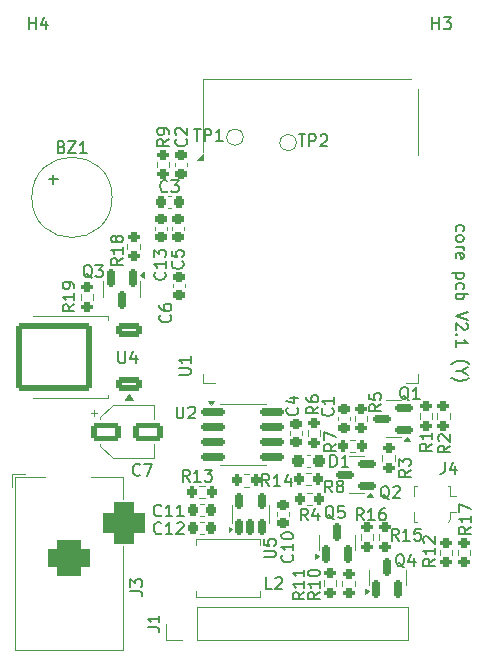
<source format=gbr>
%TF.GenerationSoftware,KiCad,Pcbnew,9.0.4*%
%TF.CreationDate,2025-09-20T18:39:02+03:00*%
%TF.ProjectId,HydraX-Meshtastic-PCB,48796472-6158-42d4-9d65-736874617374,2.1*%
%TF.SameCoordinates,Original*%
%TF.FileFunction,Legend,Top*%
%TF.FilePolarity,Positive*%
%FSLAX46Y46*%
G04 Gerber Fmt 4.6, Leading zero omitted, Abs format (unit mm)*
G04 Created by KiCad (PCBNEW 9.0.4) date 2025-09-20 18:39:02*
%MOMM*%
%LPD*%
G01*
G04 APERTURE LIST*
G04 Aperture macros list*
%AMRoundRect*
0 Rectangle with rounded corners*
0 $1 Rounding radius*
0 $2 $3 $4 $5 $6 $7 $8 $9 X,Y pos of 4 corners*
0 Add a 4 corners polygon primitive as box body*
4,1,4,$2,$3,$4,$5,$6,$7,$8,$9,$2,$3,0*
0 Add four circle primitives for the rounded corners*
1,1,$1+$1,$2,$3*
1,1,$1+$1,$4,$5*
1,1,$1+$1,$6,$7*
1,1,$1+$1,$8,$9*
0 Add four rect primitives between the rounded corners*
20,1,$1+$1,$2,$3,$4,$5,0*
20,1,$1+$1,$4,$5,$6,$7,0*
20,1,$1+$1,$6,$7,$8,$9,0*
20,1,$1+$1,$8,$9,$2,$3,0*%
G04 Aperture macros list end*
%ADD10C,0.200000*%
%ADD11C,0.150000*%
%ADD12C,0.120000*%
%ADD13C,0.010000*%
%ADD14RoundRect,0.150000X0.587500X0.150000X-0.587500X0.150000X-0.587500X-0.150000X0.587500X-0.150000X0*%
%ADD15RoundRect,0.200000X-0.275000X0.200000X-0.275000X-0.200000X0.275000X-0.200000X0.275000X0.200000X0*%
%ADD16RoundRect,0.150000X-0.825000X-0.150000X0.825000X-0.150000X0.825000X0.150000X-0.825000X0.150000X0*%
%ADD17RoundRect,0.225000X-0.250000X0.225000X-0.250000X-0.225000X0.250000X-0.225000X0.250000X0.225000X0*%
%ADD18R,1.500000X2.500000*%
%ADD19RoundRect,0.225000X0.250000X-0.225000X0.250000X0.225000X-0.250000X0.225000X-0.250000X-0.225000X0*%
%ADD20RoundRect,0.200000X0.275000X-0.200000X0.275000X0.200000X-0.275000X0.200000X-0.275000X-0.200000X0*%
%ADD21RoundRect,0.237500X-0.300000X-0.237500X0.300000X-0.237500X0.300000X0.237500X-0.300000X0.237500X0*%
%ADD22RoundRect,0.200000X-0.200000X-0.275000X0.200000X-0.275000X0.200000X0.275000X-0.200000X0.275000X0*%
%ADD23RoundRect,0.200000X0.200000X0.275000X-0.200000X0.275000X-0.200000X-0.275000X0.200000X-0.275000X0*%
%ADD24RoundRect,0.225000X-0.225000X-0.250000X0.225000X-0.250000X0.225000X0.250000X-0.225000X0.250000X0*%
%ADD25C,0.700000*%
%ADD26C,4.400000*%
%ADD27RoundRect,0.225000X0.225000X0.250000X-0.225000X0.250000X-0.225000X-0.250000X0.225000X-0.250000X0*%
%ADD28C,0.800000*%
%ADD29C,5.400000*%
%ADD30R,1.000000X1.000000*%
%ADD31R,2.200000X1.050000*%
%ADD32R,1.500000X0.900000*%
%ADD33R,0.900000X1.500000*%
%ADD34C,0.600000*%
%ADD35R,3.800000X3.800000*%
%ADD36RoundRect,0.150000X0.150000X-0.587500X0.150000X0.587500X-0.150000X0.587500X-0.150000X-0.587500X0*%
%ADD37C,1.000000*%
%ADD38RoundRect,0.150000X0.150000X-0.512500X0.150000X0.512500X-0.150000X0.512500X-0.150000X-0.512500X0*%
%ADD39R,1.600000X1.600000*%
%ADD40C,1.600000*%
%ADD41RoundRect,0.250000X0.850000X0.350000X-0.850000X0.350000X-0.850000X-0.350000X0.850000X-0.350000X0*%
%ADD42RoundRect,0.249997X2.950003X2.650003X-2.950003X2.650003X-2.950003X-2.650003X2.950003X-2.650003X0*%
%ADD43RoundRect,0.150000X-0.150000X0.587500X-0.150000X-0.587500X0.150000X-0.587500X0.150000X0.587500X0*%
%ADD44RoundRect,0.250000X-1.050000X-0.550000X1.050000X-0.550000X1.050000X0.550000X-1.050000X0.550000X0*%
%ADD45R,1.700000X1.700000*%
%ADD46C,1.700000*%
%ADD47R,3.500000X3.500000*%
%ADD48RoundRect,0.750000X1.000000X-0.750000X1.000000X0.750000X-1.000000X0.750000X-1.000000X-0.750000X0*%
%ADD49RoundRect,0.875000X0.875000X-0.875000X0.875000X0.875000X-0.875000X0.875000X-0.875000X-0.875000X0*%
G04 APERTURE END LIST*
D10*
X168845400Y-91477141D02*
X168797780Y-91381903D01*
X168797780Y-91381903D02*
X168797780Y-91191427D01*
X168797780Y-91191427D02*
X168845400Y-91096189D01*
X168845400Y-91096189D02*
X168893019Y-91048570D01*
X168893019Y-91048570D02*
X168988257Y-91000951D01*
X168988257Y-91000951D02*
X169273971Y-91000951D01*
X169273971Y-91000951D02*
X169369209Y-91048570D01*
X169369209Y-91048570D02*
X169416828Y-91096189D01*
X169416828Y-91096189D02*
X169464447Y-91191427D01*
X169464447Y-91191427D02*
X169464447Y-91381903D01*
X169464447Y-91381903D02*
X169416828Y-91477141D01*
X168797780Y-92048570D02*
X168845400Y-91953332D01*
X168845400Y-91953332D02*
X168893019Y-91905713D01*
X168893019Y-91905713D02*
X168988257Y-91858094D01*
X168988257Y-91858094D02*
X169273971Y-91858094D01*
X169273971Y-91858094D02*
X169369209Y-91905713D01*
X169369209Y-91905713D02*
X169416828Y-91953332D01*
X169416828Y-91953332D02*
X169464447Y-92048570D01*
X169464447Y-92048570D02*
X169464447Y-92191427D01*
X169464447Y-92191427D02*
X169416828Y-92286665D01*
X169416828Y-92286665D02*
X169369209Y-92334284D01*
X169369209Y-92334284D02*
X169273971Y-92381903D01*
X169273971Y-92381903D02*
X168988257Y-92381903D01*
X168988257Y-92381903D02*
X168893019Y-92334284D01*
X168893019Y-92334284D02*
X168845400Y-92286665D01*
X168845400Y-92286665D02*
X168797780Y-92191427D01*
X168797780Y-92191427D02*
X168797780Y-92048570D01*
X168797780Y-92810475D02*
X169464447Y-92810475D01*
X169273971Y-92810475D02*
X169369209Y-92858094D01*
X169369209Y-92858094D02*
X169416828Y-92905713D01*
X169416828Y-92905713D02*
X169464447Y-93000951D01*
X169464447Y-93000951D02*
X169464447Y-93096189D01*
X168845400Y-93810475D02*
X168797780Y-93715237D01*
X168797780Y-93715237D02*
X168797780Y-93524761D01*
X168797780Y-93524761D02*
X168845400Y-93429523D01*
X168845400Y-93429523D02*
X168940638Y-93381904D01*
X168940638Y-93381904D02*
X169321590Y-93381904D01*
X169321590Y-93381904D02*
X169416828Y-93429523D01*
X169416828Y-93429523D02*
X169464447Y-93524761D01*
X169464447Y-93524761D02*
X169464447Y-93715237D01*
X169464447Y-93715237D02*
X169416828Y-93810475D01*
X169416828Y-93810475D02*
X169321590Y-93858094D01*
X169321590Y-93858094D02*
X169226352Y-93858094D01*
X169226352Y-93858094D02*
X169131114Y-93381904D01*
X169464447Y-95048571D02*
X168464447Y-95048571D01*
X169416828Y-95048571D02*
X169464447Y-95143809D01*
X169464447Y-95143809D02*
X169464447Y-95334285D01*
X169464447Y-95334285D02*
X169416828Y-95429523D01*
X169416828Y-95429523D02*
X169369209Y-95477142D01*
X169369209Y-95477142D02*
X169273971Y-95524761D01*
X169273971Y-95524761D02*
X168988257Y-95524761D01*
X168988257Y-95524761D02*
X168893019Y-95477142D01*
X168893019Y-95477142D02*
X168845400Y-95429523D01*
X168845400Y-95429523D02*
X168797780Y-95334285D01*
X168797780Y-95334285D02*
X168797780Y-95143809D01*
X168797780Y-95143809D02*
X168845400Y-95048571D01*
X168845400Y-96381904D02*
X168797780Y-96286666D01*
X168797780Y-96286666D02*
X168797780Y-96096190D01*
X168797780Y-96096190D02*
X168845400Y-96000952D01*
X168845400Y-96000952D02*
X168893019Y-95953333D01*
X168893019Y-95953333D02*
X168988257Y-95905714D01*
X168988257Y-95905714D02*
X169273971Y-95905714D01*
X169273971Y-95905714D02*
X169369209Y-95953333D01*
X169369209Y-95953333D02*
X169416828Y-96000952D01*
X169416828Y-96000952D02*
X169464447Y-96096190D01*
X169464447Y-96096190D02*
X169464447Y-96286666D01*
X169464447Y-96286666D02*
X169416828Y-96381904D01*
X168797780Y-96810476D02*
X169797780Y-96810476D01*
X169416828Y-96810476D02*
X169464447Y-96905714D01*
X169464447Y-96905714D02*
X169464447Y-97096190D01*
X169464447Y-97096190D02*
X169416828Y-97191428D01*
X169416828Y-97191428D02*
X169369209Y-97239047D01*
X169369209Y-97239047D02*
X169273971Y-97286666D01*
X169273971Y-97286666D02*
X168988257Y-97286666D01*
X168988257Y-97286666D02*
X168893019Y-97239047D01*
X168893019Y-97239047D02*
X168845400Y-97191428D01*
X168845400Y-97191428D02*
X168797780Y-97096190D01*
X168797780Y-97096190D02*
X168797780Y-96905714D01*
X168797780Y-96905714D02*
X168845400Y-96810476D01*
X169797780Y-98334286D02*
X168797780Y-98667619D01*
X168797780Y-98667619D02*
X169797780Y-99000952D01*
X169702542Y-99286667D02*
X169750161Y-99334286D01*
X169750161Y-99334286D02*
X169797780Y-99429524D01*
X169797780Y-99429524D02*
X169797780Y-99667619D01*
X169797780Y-99667619D02*
X169750161Y-99762857D01*
X169750161Y-99762857D02*
X169702542Y-99810476D01*
X169702542Y-99810476D02*
X169607304Y-99858095D01*
X169607304Y-99858095D02*
X169512066Y-99858095D01*
X169512066Y-99858095D02*
X169369209Y-99810476D01*
X169369209Y-99810476D02*
X168797780Y-99239048D01*
X168797780Y-99239048D02*
X168797780Y-99858095D01*
X168893019Y-100286667D02*
X168845400Y-100334286D01*
X168845400Y-100334286D02*
X168797780Y-100286667D01*
X168797780Y-100286667D02*
X168845400Y-100239048D01*
X168845400Y-100239048D02*
X168893019Y-100286667D01*
X168893019Y-100286667D02*
X168797780Y-100286667D01*
X168797780Y-101286666D02*
X168797780Y-100715238D01*
X168797780Y-101000952D02*
X169797780Y-101000952D01*
X169797780Y-101000952D02*
X169654923Y-100905714D01*
X169654923Y-100905714D02*
X169559685Y-100810476D01*
X169559685Y-100810476D02*
X169512066Y-100715238D01*
X168416828Y-102762857D02*
X168464447Y-102715238D01*
X168464447Y-102715238D02*
X168607304Y-102620000D01*
X168607304Y-102620000D02*
X168702542Y-102572381D01*
X168702542Y-102572381D02*
X168845400Y-102524762D01*
X168845400Y-102524762D02*
X169083495Y-102477143D01*
X169083495Y-102477143D02*
X169273971Y-102477143D01*
X169273971Y-102477143D02*
X169512066Y-102524762D01*
X169512066Y-102524762D02*
X169654923Y-102572381D01*
X169654923Y-102572381D02*
X169750161Y-102620000D01*
X169750161Y-102620000D02*
X169893019Y-102715238D01*
X169893019Y-102715238D02*
X169940638Y-102762857D01*
X169273971Y-103334286D02*
X168797780Y-103334286D01*
X169797780Y-103000953D02*
X169273971Y-103334286D01*
X169273971Y-103334286D02*
X169797780Y-103667619D01*
X168416828Y-103905715D02*
X168464447Y-103953334D01*
X168464447Y-103953334D02*
X168607304Y-104048572D01*
X168607304Y-104048572D02*
X168702542Y-104096191D01*
X168702542Y-104096191D02*
X168845400Y-104143810D01*
X168845400Y-104143810D02*
X169083495Y-104191429D01*
X169083495Y-104191429D02*
X169273971Y-104191429D01*
X169273971Y-104191429D02*
X169512066Y-104143810D01*
X169512066Y-104143810D02*
X169654923Y-104096191D01*
X169654923Y-104096191D02*
X169750161Y-104048572D01*
X169750161Y-104048572D02*
X169893019Y-103953334D01*
X169893019Y-103953334D02*
X169940638Y-103905715D01*
D11*
X164824761Y-105810057D02*
X164729523Y-105762438D01*
X164729523Y-105762438D02*
X164634285Y-105667200D01*
X164634285Y-105667200D02*
X164491428Y-105524342D01*
X164491428Y-105524342D02*
X164396190Y-105476723D01*
X164396190Y-105476723D02*
X164300952Y-105476723D01*
X164348571Y-105714819D02*
X164253333Y-105667200D01*
X164253333Y-105667200D02*
X164158095Y-105571961D01*
X164158095Y-105571961D02*
X164110476Y-105381485D01*
X164110476Y-105381485D02*
X164110476Y-105048152D01*
X164110476Y-105048152D02*
X164158095Y-104857676D01*
X164158095Y-104857676D02*
X164253333Y-104762438D01*
X164253333Y-104762438D02*
X164348571Y-104714819D01*
X164348571Y-104714819D02*
X164539047Y-104714819D01*
X164539047Y-104714819D02*
X164634285Y-104762438D01*
X164634285Y-104762438D02*
X164729523Y-104857676D01*
X164729523Y-104857676D02*
X164777142Y-105048152D01*
X164777142Y-105048152D02*
X164777142Y-105381485D01*
X164777142Y-105381485D02*
X164729523Y-105571961D01*
X164729523Y-105571961D02*
X164634285Y-105667200D01*
X164634285Y-105667200D02*
X164539047Y-105714819D01*
X164539047Y-105714819D02*
X164348571Y-105714819D01*
X165729523Y-105714819D02*
X165158095Y-105714819D01*
X165443809Y-105714819D02*
X165443809Y-104714819D01*
X165443809Y-104714819D02*
X165348571Y-104857676D01*
X165348571Y-104857676D02*
X165253333Y-104952914D01*
X165253333Y-104952914D02*
X165158095Y-105000533D01*
X166761631Y-109516666D02*
X166285440Y-109849999D01*
X166761631Y-110088094D02*
X165761631Y-110088094D01*
X165761631Y-110088094D02*
X165761631Y-109707142D01*
X165761631Y-109707142D02*
X165809250Y-109611904D01*
X165809250Y-109611904D02*
X165856869Y-109564285D01*
X165856869Y-109564285D02*
X165952107Y-109516666D01*
X165952107Y-109516666D02*
X166094964Y-109516666D01*
X166094964Y-109516666D02*
X166190202Y-109564285D01*
X166190202Y-109564285D02*
X166237821Y-109611904D01*
X166237821Y-109611904D02*
X166285440Y-109707142D01*
X166285440Y-109707142D02*
X166285440Y-110088094D01*
X166761631Y-108564285D02*
X166761631Y-109135713D01*
X166761631Y-108849999D02*
X165761631Y-108849999D01*
X165761631Y-108849999D02*
X165904488Y-108945237D01*
X165904488Y-108945237D02*
X165999726Y-109040475D01*
X165999726Y-109040475D02*
X166047345Y-109135713D01*
X145158095Y-106364819D02*
X145158095Y-107174342D01*
X145158095Y-107174342D02*
X145205714Y-107269580D01*
X145205714Y-107269580D02*
X145253333Y-107317200D01*
X145253333Y-107317200D02*
X145348571Y-107364819D01*
X145348571Y-107364819D02*
X145539047Y-107364819D01*
X145539047Y-107364819D02*
X145634285Y-107317200D01*
X145634285Y-107317200D02*
X145681904Y-107269580D01*
X145681904Y-107269580D02*
X145729523Y-107174342D01*
X145729523Y-107174342D02*
X145729523Y-106364819D01*
X146158095Y-106460057D02*
X146205714Y-106412438D01*
X146205714Y-106412438D02*
X146300952Y-106364819D01*
X146300952Y-106364819D02*
X146539047Y-106364819D01*
X146539047Y-106364819D02*
X146634285Y-106412438D01*
X146634285Y-106412438D02*
X146681904Y-106460057D01*
X146681904Y-106460057D02*
X146729523Y-106555295D01*
X146729523Y-106555295D02*
X146729523Y-106650533D01*
X146729523Y-106650533D02*
X146681904Y-106793390D01*
X146681904Y-106793390D02*
X146110476Y-107364819D01*
X146110476Y-107364819D02*
X146729523Y-107364819D01*
X155359580Y-106466666D02*
X155407200Y-106514285D01*
X155407200Y-106514285D02*
X155454819Y-106657142D01*
X155454819Y-106657142D02*
X155454819Y-106752380D01*
X155454819Y-106752380D02*
X155407200Y-106895237D01*
X155407200Y-106895237D02*
X155311961Y-106990475D01*
X155311961Y-106990475D02*
X155216723Y-107038094D01*
X155216723Y-107038094D02*
X155026247Y-107085713D01*
X155026247Y-107085713D02*
X154883390Y-107085713D01*
X154883390Y-107085713D02*
X154692914Y-107038094D01*
X154692914Y-107038094D02*
X154597676Y-106990475D01*
X154597676Y-106990475D02*
X154502438Y-106895237D01*
X154502438Y-106895237D02*
X154454819Y-106752380D01*
X154454819Y-106752380D02*
X154454819Y-106657142D01*
X154454819Y-106657142D02*
X154502438Y-106514285D01*
X154502438Y-106514285D02*
X154550057Y-106466666D01*
X154788152Y-105609523D02*
X155454819Y-105609523D01*
X154407200Y-105847618D02*
X155121485Y-106085713D01*
X155121485Y-106085713D02*
X155121485Y-105466666D01*
X153233333Y-121804819D02*
X152757143Y-121804819D01*
X152757143Y-121804819D02*
X152757143Y-120804819D01*
X153519048Y-120900057D02*
X153566667Y-120852438D01*
X153566667Y-120852438D02*
X153661905Y-120804819D01*
X153661905Y-120804819D02*
X153900000Y-120804819D01*
X153900000Y-120804819D02*
X153995238Y-120852438D01*
X153995238Y-120852438D02*
X154042857Y-120900057D01*
X154042857Y-120900057D02*
X154090476Y-120995295D01*
X154090476Y-120995295D02*
X154090476Y-121090533D01*
X154090476Y-121090533D02*
X154042857Y-121233390D01*
X154042857Y-121233390D02*
X153471429Y-121804819D01*
X153471429Y-121804819D02*
X154090476Y-121804819D01*
X145659580Y-94066666D02*
X145707200Y-94114285D01*
X145707200Y-94114285D02*
X145754819Y-94257142D01*
X145754819Y-94257142D02*
X145754819Y-94352380D01*
X145754819Y-94352380D02*
X145707200Y-94495237D01*
X145707200Y-94495237D02*
X145611961Y-94590475D01*
X145611961Y-94590475D02*
X145516723Y-94638094D01*
X145516723Y-94638094D02*
X145326247Y-94685713D01*
X145326247Y-94685713D02*
X145183390Y-94685713D01*
X145183390Y-94685713D02*
X144992914Y-94638094D01*
X144992914Y-94638094D02*
X144897676Y-94590475D01*
X144897676Y-94590475D02*
X144802438Y-94495237D01*
X144802438Y-94495237D02*
X144754819Y-94352380D01*
X144754819Y-94352380D02*
X144754819Y-94257142D01*
X144754819Y-94257142D02*
X144802438Y-94114285D01*
X144802438Y-94114285D02*
X144850057Y-94066666D01*
X144754819Y-93161904D02*
X144754819Y-93638094D01*
X144754819Y-93638094D02*
X145231009Y-93685713D01*
X145231009Y-93685713D02*
X145183390Y-93638094D01*
X145183390Y-93638094D02*
X145135771Y-93542856D01*
X145135771Y-93542856D02*
X145135771Y-93304761D01*
X145135771Y-93304761D02*
X145183390Y-93209523D01*
X145183390Y-93209523D02*
X145231009Y-93161904D01*
X145231009Y-93161904D02*
X145326247Y-93114285D01*
X145326247Y-93114285D02*
X145564342Y-93114285D01*
X145564342Y-93114285D02*
X145659580Y-93161904D01*
X145659580Y-93161904D02*
X145707200Y-93209523D01*
X145707200Y-93209523D02*
X145754819Y-93304761D01*
X145754819Y-93304761D02*
X145754819Y-93542856D01*
X145754819Y-93542856D02*
X145707200Y-93638094D01*
X145707200Y-93638094D02*
X145659580Y-93685713D01*
X163174761Y-114190057D02*
X163079523Y-114142438D01*
X163079523Y-114142438D02*
X162984285Y-114047200D01*
X162984285Y-114047200D02*
X162841428Y-113904342D01*
X162841428Y-113904342D02*
X162746190Y-113856723D01*
X162746190Y-113856723D02*
X162650952Y-113856723D01*
X162698571Y-114094819D02*
X162603333Y-114047200D01*
X162603333Y-114047200D02*
X162508095Y-113951961D01*
X162508095Y-113951961D02*
X162460476Y-113761485D01*
X162460476Y-113761485D02*
X162460476Y-113428152D01*
X162460476Y-113428152D02*
X162508095Y-113237676D01*
X162508095Y-113237676D02*
X162603333Y-113142438D01*
X162603333Y-113142438D02*
X162698571Y-113094819D01*
X162698571Y-113094819D02*
X162889047Y-113094819D01*
X162889047Y-113094819D02*
X162984285Y-113142438D01*
X162984285Y-113142438D02*
X163079523Y-113237676D01*
X163079523Y-113237676D02*
X163127142Y-113428152D01*
X163127142Y-113428152D02*
X163127142Y-113761485D01*
X163127142Y-113761485D02*
X163079523Y-113951961D01*
X163079523Y-113951961D02*
X162984285Y-114047200D01*
X162984285Y-114047200D02*
X162889047Y-114094819D01*
X162889047Y-114094819D02*
X162698571Y-114094819D01*
X163508095Y-113190057D02*
X163555714Y-113142438D01*
X163555714Y-113142438D02*
X163650952Y-113094819D01*
X163650952Y-113094819D02*
X163889047Y-113094819D01*
X163889047Y-113094819D02*
X163984285Y-113142438D01*
X163984285Y-113142438D02*
X164031904Y-113190057D01*
X164031904Y-113190057D02*
X164079523Y-113285295D01*
X164079523Y-113285295D02*
X164079523Y-113380533D01*
X164079523Y-113380533D02*
X164031904Y-113523390D01*
X164031904Y-113523390D02*
X163460476Y-114094819D01*
X163460476Y-114094819D02*
X164079523Y-114094819D01*
X164964819Y-111706666D02*
X164488628Y-112039999D01*
X164964819Y-112278094D02*
X163964819Y-112278094D01*
X163964819Y-112278094D02*
X163964819Y-111897142D01*
X163964819Y-111897142D02*
X164012438Y-111801904D01*
X164012438Y-111801904D02*
X164060057Y-111754285D01*
X164060057Y-111754285D02*
X164155295Y-111706666D01*
X164155295Y-111706666D02*
X164298152Y-111706666D01*
X164298152Y-111706666D02*
X164393390Y-111754285D01*
X164393390Y-111754285D02*
X164441009Y-111801904D01*
X164441009Y-111801904D02*
X164488628Y-111897142D01*
X164488628Y-111897142D02*
X164488628Y-112278094D01*
X163964819Y-111373332D02*
X163964819Y-110754285D01*
X163964819Y-110754285D02*
X164345771Y-111087618D01*
X164345771Y-111087618D02*
X164345771Y-110944761D01*
X164345771Y-110944761D02*
X164393390Y-110849523D01*
X164393390Y-110849523D02*
X164441009Y-110801904D01*
X164441009Y-110801904D02*
X164536247Y-110754285D01*
X164536247Y-110754285D02*
X164774342Y-110754285D01*
X164774342Y-110754285D02*
X164869580Y-110801904D01*
X164869580Y-110801904D02*
X164917200Y-110849523D01*
X164917200Y-110849523D02*
X164964819Y-110944761D01*
X164964819Y-110944761D02*
X164964819Y-111230475D01*
X164964819Y-111230475D02*
X164917200Y-111325713D01*
X164917200Y-111325713D02*
X164869580Y-111373332D01*
X157154819Y-106366666D02*
X156678628Y-106699999D01*
X157154819Y-106938094D02*
X156154819Y-106938094D01*
X156154819Y-106938094D02*
X156154819Y-106557142D01*
X156154819Y-106557142D02*
X156202438Y-106461904D01*
X156202438Y-106461904D02*
X156250057Y-106414285D01*
X156250057Y-106414285D02*
X156345295Y-106366666D01*
X156345295Y-106366666D02*
X156488152Y-106366666D01*
X156488152Y-106366666D02*
X156583390Y-106414285D01*
X156583390Y-106414285D02*
X156631009Y-106461904D01*
X156631009Y-106461904D02*
X156678628Y-106557142D01*
X156678628Y-106557142D02*
X156678628Y-106938094D01*
X156154819Y-105509523D02*
X156154819Y-105699999D01*
X156154819Y-105699999D02*
X156202438Y-105795237D01*
X156202438Y-105795237D02*
X156250057Y-105842856D01*
X156250057Y-105842856D02*
X156392914Y-105938094D01*
X156392914Y-105938094D02*
X156583390Y-105985713D01*
X156583390Y-105985713D02*
X156964342Y-105985713D01*
X156964342Y-105985713D02*
X157059580Y-105938094D01*
X157059580Y-105938094D02*
X157107200Y-105890475D01*
X157107200Y-105890475D02*
X157154819Y-105795237D01*
X157154819Y-105795237D02*
X157154819Y-105604761D01*
X157154819Y-105604761D02*
X157107200Y-105509523D01*
X157107200Y-105509523D02*
X157059580Y-105461904D01*
X157059580Y-105461904D02*
X156964342Y-105414285D01*
X156964342Y-105414285D02*
X156726247Y-105414285D01*
X156726247Y-105414285D02*
X156631009Y-105461904D01*
X156631009Y-105461904D02*
X156583390Y-105509523D01*
X156583390Y-105509523D02*
X156535771Y-105604761D01*
X156535771Y-105604761D02*
X156535771Y-105795237D01*
X156535771Y-105795237D02*
X156583390Y-105890475D01*
X156583390Y-105890475D02*
X156631009Y-105938094D01*
X156631009Y-105938094D02*
X156726247Y-105985713D01*
X168311631Y-109666666D02*
X167835440Y-109999999D01*
X168311631Y-110238094D02*
X167311631Y-110238094D01*
X167311631Y-110238094D02*
X167311631Y-109857142D01*
X167311631Y-109857142D02*
X167359250Y-109761904D01*
X167359250Y-109761904D02*
X167406869Y-109714285D01*
X167406869Y-109714285D02*
X167502107Y-109666666D01*
X167502107Y-109666666D02*
X167644964Y-109666666D01*
X167644964Y-109666666D02*
X167740202Y-109714285D01*
X167740202Y-109714285D02*
X167787821Y-109761904D01*
X167787821Y-109761904D02*
X167835440Y-109857142D01*
X167835440Y-109857142D02*
X167835440Y-110238094D01*
X167406869Y-109285713D02*
X167359250Y-109238094D01*
X167359250Y-109238094D02*
X167311631Y-109142856D01*
X167311631Y-109142856D02*
X167311631Y-108904761D01*
X167311631Y-108904761D02*
X167359250Y-108809523D01*
X167359250Y-108809523D02*
X167406869Y-108761904D01*
X167406869Y-108761904D02*
X167502107Y-108714285D01*
X167502107Y-108714285D02*
X167597345Y-108714285D01*
X167597345Y-108714285D02*
X167740202Y-108761904D01*
X167740202Y-108761904D02*
X168311631Y-109333332D01*
X168311631Y-109333332D02*
X168311631Y-108714285D01*
X158181905Y-111444819D02*
X158181905Y-110444819D01*
X158181905Y-110444819D02*
X158420000Y-110444819D01*
X158420000Y-110444819D02*
X158562857Y-110492438D01*
X158562857Y-110492438D02*
X158658095Y-110587676D01*
X158658095Y-110587676D02*
X158705714Y-110682914D01*
X158705714Y-110682914D02*
X158753333Y-110873390D01*
X158753333Y-110873390D02*
X158753333Y-111016247D01*
X158753333Y-111016247D02*
X158705714Y-111206723D01*
X158705714Y-111206723D02*
X158658095Y-111301961D01*
X158658095Y-111301961D02*
X158562857Y-111397200D01*
X158562857Y-111397200D02*
X158420000Y-111444819D01*
X158420000Y-111444819D02*
X158181905Y-111444819D01*
X159705714Y-111444819D02*
X159134286Y-111444819D01*
X159420000Y-111444819D02*
X159420000Y-110444819D01*
X159420000Y-110444819D02*
X159324762Y-110587676D01*
X159324762Y-110587676D02*
X159229524Y-110682914D01*
X159229524Y-110682914D02*
X159134286Y-110730533D01*
X152997142Y-113084819D02*
X152663809Y-112608628D01*
X152425714Y-113084819D02*
X152425714Y-112084819D01*
X152425714Y-112084819D02*
X152806666Y-112084819D01*
X152806666Y-112084819D02*
X152901904Y-112132438D01*
X152901904Y-112132438D02*
X152949523Y-112180057D01*
X152949523Y-112180057D02*
X152997142Y-112275295D01*
X152997142Y-112275295D02*
X152997142Y-112418152D01*
X152997142Y-112418152D02*
X152949523Y-112513390D01*
X152949523Y-112513390D02*
X152901904Y-112561009D01*
X152901904Y-112561009D02*
X152806666Y-112608628D01*
X152806666Y-112608628D02*
X152425714Y-112608628D01*
X153949523Y-113084819D02*
X153378095Y-113084819D01*
X153663809Y-113084819D02*
X153663809Y-112084819D01*
X153663809Y-112084819D02*
X153568571Y-112227676D01*
X153568571Y-112227676D02*
X153473333Y-112322914D01*
X153473333Y-112322914D02*
X153378095Y-112370533D01*
X154806666Y-112418152D02*
X154806666Y-113084819D01*
X154568571Y-112037200D02*
X154330476Y-112751485D01*
X154330476Y-112751485D02*
X154949523Y-112751485D01*
X158323333Y-113614819D02*
X157990000Y-113138628D01*
X157751905Y-113614819D02*
X157751905Y-112614819D01*
X157751905Y-112614819D02*
X158132857Y-112614819D01*
X158132857Y-112614819D02*
X158228095Y-112662438D01*
X158228095Y-112662438D02*
X158275714Y-112710057D01*
X158275714Y-112710057D02*
X158323333Y-112805295D01*
X158323333Y-112805295D02*
X158323333Y-112948152D01*
X158323333Y-112948152D02*
X158275714Y-113043390D01*
X158275714Y-113043390D02*
X158228095Y-113091009D01*
X158228095Y-113091009D02*
X158132857Y-113138628D01*
X158132857Y-113138628D02*
X157751905Y-113138628D01*
X158894762Y-113043390D02*
X158799524Y-112995771D01*
X158799524Y-112995771D02*
X158751905Y-112948152D01*
X158751905Y-112948152D02*
X158704286Y-112852914D01*
X158704286Y-112852914D02*
X158704286Y-112805295D01*
X158704286Y-112805295D02*
X158751905Y-112710057D01*
X158751905Y-112710057D02*
X158799524Y-112662438D01*
X158799524Y-112662438D02*
X158894762Y-112614819D01*
X158894762Y-112614819D02*
X159085238Y-112614819D01*
X159085238Y-112614819D02*
X159180476Y-112662438D01*
X159180476Y-112662438D02*
X159228095Y-112710057D01*
X159228095Y-112710057D02*
X159275714Y-112805295D01*
X159275714Y-112805295D02*
X159275714Y-112852914D01*
X159275714Y-112852914D02*
X159228095Y-112948152D01*
X159228095Y-112948152D02*
X159180476Y-112995771D01*
X159180476Y-112995771D02*
X159085238Y-113043390D01*
X159085238Y-113043390D02*
X158894762Y-113043390D01*
X158894762Y-113043390D02*
X158799524Y-113091009D01*
X158799524Y-113091009D02*
X158751905Y-113138628D01*
X158751905Y-113138628D02*
X158704286Y-113233866D01*
X158704286Y-113233866D02*
X158704286Y-113424342D01*
X158704286Y-113424342D02*
X158751905Y-113519580D01*
X158751905Y-113519580D02*
X158799524Y-113567200D01*
X158799524Y-113567200D02*
X158894762Y-113614819D01*
X158894762Y-113614819D02*
X159085238Y-113614819D01*
X159085238Y-113614819D02*
X159180476Y-113567200D01*
X159180476Y-113567200D02*
X159228095Y-113519580D01*
X159228095Y-113519580D02*
X159275714Y-113424342D01*
X159275714Y-113424342D02*
X159275714Y-113233866D01*
X159275714Y-113233866D02*
X159228095Y-113138628D01*
X159228095Y-113138628D02*
X159180476Y-113091009D01*
X159180476Y-113091009D02*
X159085238Y-113043390D01*
X154934580Y-118917857D02*
X154982200Y-118965476D01*
X154982200Y-118965476D02*
X155029819Y-119108333D01*
X155029819Y-119108333D02*
X155029819Y-119203571D01*
X155029819Y-119203571D02*
X154982200Y-119346428D01*
X154982200Y-119346428D02*
X154886961Y-119441666D01*
X154886961Y-119441666D02*
X154791723Y-119489285D01*
X154791723Y-119489285D02*
X154601247Y-119536904D01*
X154601247Y-119536904D02*
X154458390Y-119536904D01*
X154458390Y-119536904D02*
X154267914Y-119489285D01*
X154267914Y-119489285D02*
X154172676Y-119441666D01*
X154172676Y-119441666D02*
X154077438Y-119346428D01*
X154077438Y-119346428D02*
X154029819Y-119203571D01*
X154029819Y-119203571D02*
X154029819Y-119108333D01*
X154029819Y-119108333D02*
X154077438Y-118965476D01*
X154077438Y-118965476D02*
X154125057Y-118917857D01*
X155029819Y-117965476D02*
X155029819Y-118536904D01*
X155029819Y-118251190D02*
X154029819Y-118251190D01*
X154029819Y-118251190D02*
X154172676Y-118346428D01*
X154172676Y-118346428D02*
X154267914Y-118441666D01*
X154267914Y-118441666D02*
X154315533Y-118536904D01*
X154029819Y-117346428D02*
X154029819Y-117251190D01*
X154029819Y-117251190D02*
X154077438Y-117155952D01*
X154077438Y-117155952D02*
X154125057Y-117108333D01*
X154125057Y-117108333D02*
X154220295Y-117060714D01*
X154220295Y-117060714D02*
X154410771Y-117013095D01*
X154410771Y-117013095D02*
X154648866Y-117013095D01*
X154648866Y-117013095D02*
X154839342Y-117060714D01*
X154839342Y-117060714D02*
X154934580Y-117108333D01*
X154934580Y-117108333D02*
X154982200Y-117155952D01*
X154982200Y-117155952D02*
X155029819Y-117251190D01*
X155029819Y-117251190D02*
X155029819Y-117346428D01*
X155029819Y-117346428D02*
X154982200Y-117441666D01*
X154982200Y-117441666D02*
X154934580Y-117489285D01*
X154934580Y-117489285D02*
X154839342Y-117536904D01*
X154839342Y-117536904D02*
X154648866Y-117584523D01*
X154648866Y-117584523D02*
X154410771Y-117584523D01*
X154410771Y-117584523D02*
X154220295Y-117536904D01*
X154220295Y-117536904D02*
X154125057Y-117489285D01*
X154125057Y-117489285D02*
X154077438Y-117441666D01*
X154077438Y-117441666D02*
X154029819Y-117346428D01*
X144609580Y-98616666D02*
X144657200Y-98664285D01*
X144657200Y-98664285D02*
X144704819Y-98807142D01*
X144704819Y-98807142D02*
X144704819Y-98902380D01*
X144704819Y-98902380D02*
X144657200Y-99045237D01*
X144657200Y-99045237D02*
X144561961Y-99140475D01*
X144561961Y-99140475D02*
X144466723Y-99188094D01*
X144466723Y-99188094D02*
X144276247Y-99235713D01*
X144276247Y-99235713D02*
X144133390Y-99235713D01*
X144133390Y-99235713D02*
X143942914Y-99188094D01*
X143942914Y-99188094D02*
X143847676Y-99140475D01*
X143847676Y-99140475D02*
X143752438Y-99045237D01*
X143752438Y-99045237D02*
X143704819Y-98902380D01*
X143704819Y-98902380D02*
X143704819Y-98807142D01*
X143704819Y-98807142D02*
X143752438Y-98664285D01*
X143752438Y-98664285D02*
X143800057Y-98616666D01*
X143704819Y-97759523D02*
X143704819Y-97949999D01*
X143704819Y-97949999D02*
X143752438Y-98045237D01*
X143752438Y-98045237D02*
X143800057Y-98092856D01*
X143800057Y-98092856D02*
X143942914Y-98188094D01*
X143942914Y-98188094D02*
X144133390Y-98235713D01*
X144133390Y-98235713D02*
X144514342Y-98235713D01*
X144514342Y-98235713D02*
X144609580Y-98188094D01*
X144609580Y-98188094D02*
X144657200Y-98140475D01*
X144657200Y-98140475D02*
X144704819Y-98045237D01*
X144704819Y-98045237D02*
X144704819Y-97854761D01*
X144704819Y-97854761D02*
X144657200Y-97759523D01*
X144657200Y-97759523D02*
X144609580Y-97711904D01*
X144609580Y-97711904D02*
X144514342Y-97664285D01*
X144514342Y-97664285D02*
X144276247Y-97664285D01*
X144276247Y-97664285D02*
X144181009Y-97711904D01*
X144181009Y-97711904D02*
X144133390Y-97759523D01*
X144133390Y-97759523D02*
X144085771Y-97854761D01*
X144085771Y-97854761D02*
X144085771Y-98045237D01*
X144085771Y-98045237D02*
X144133390Y-98140475D01*
X144133390Y-98140475D02*
X144181009Y-98188094D01*
X144181009Y-98188094D02*
X144276247Y-98235713D01*
X144504819Y-83716666D02*
X144028628Y-84049999D01*
X144504819Y-84288094D02*
X143504819Y-84288094D01*
X143504819Y-84288094D02*
X143504819Y-83907142D01*
X143504819Y-83907142D02*
X143552438Y-83811904D01*
X143552438Y-83811904D02*
X143600057Y-83764285D01*
X143600057Y-83764285D02*
X143695295Y-83716666D01*
X143695295Y-83716666D02*
X143838152Y-83716666D01*
X143838152Y-83716666D02*
X143933390Y-83764285D01*
X143933390Y-83764285D02*
X143981009Y-83811904D01*
X143981009Y-83811904D02*
X144028628Y-83907142D01*
X144028628Y-83907142D02*
X144028628Y-84288094D01*
X144504819Y-83240475D02*
X144504819Y-83049999D01*
X144504819Y-83049999D02*
X144457200Y-82954761D01*
X144457200Y-82954761D02*
X144409580Y-82907142D01*
X144409580Y-82907142D02*
X144266723Y-82811904D01*
X144266723Y-82811904D02*
X144076247Y-82764285D01*
X144076247Y-82764285D02*
X143695295Y-82764285D01*
X143695295Y-82764285D02*
X143600057Y-82811904D01*
X143600057Y-82811904D02*
X143552438Y-82859523D01*
X143552438Y-82859523D02*
X143504819Y-82954761D01*
X143504819Y-82954761D02*
X143504819Y-83145237D01*
X143504819Y-83145237D02*
X143552438Y-83240475D01*
X143552438Y-83240475D02*
X143600057Y-83288094D01*
X143600057Y-83288094D02*
X143695295Y-83335713D01*
X143695295Y-83335713D02*
X143933390Y-83335713D01*
X143933390Y-83335713D02*
X144028628Y-83288094D01*
X144028628Y-83288094D02*
X144076247Y-83240475D01*
X144076247Y-83240475D02*
X144123866Y-83145237D01*
X144123866Y-83145237D02*
X144123866Y-82954761D01*
X144123866Y-82954761D02*
X144076247Y-82859523D01*
X144076247Y-82859523D02*
X144028628Y-82811904D01*
X144028628Y-82811904D02*
X143933390Y-82764285D01*
X143857142Y-117059580D02*
X143809523Y-117107200D01*
X143809523Y-117107200D02*
X143666666Y-117154819D01*
X143666666Y-117154819D02*
X143571428Y-117154819D01*
X143571428Y-117154819D02*
X143428571Y-117107200D01*
X143428571Y-117107200D02*
X143333333Y-117011961D01*
X143333333Y-117011961D02*
X143285714Y-116916723D01*
X143285714Y-116916723D02*
X143238095Y-116726247D01*
X143238095Y-116726247D02*
X143238095Y-116583390D01*
X143238095Y-116583390D02*
X143285714Y-116392914D01*
X143285714Y-116392914D02*
X143333333Y-116297676D01*
X143333333Y-116297676D02*
X143428571Y-116202438D01*
X143428571Y-116202438D02*
X143571428Y-116154819D01*
X143571428Y-116154819D02*
X143666666Y-116154819D01*
X143666666Y-116154819D02*
X143809523Y-116202438D01*
X143809523Y-116202438D02*
X143857142Y-116250057D01*
X144809523Y-117154819D02*
X144238095Y-117154819D01*
X144523809Y-117154819D02*
X144523809Y-116154819D01*
X144523809Y-116154819D02*
X144428571Y-116297676D01*
X144428571Y-116297676D02*
X144333333Y-116392914D01*
X144333333Y-116392914D02*
X144238095Y-116440533D01*
X145190476Y-116250057D02*
X145238095Y-116202438D01*
X145238095Y-116202438D02*
X145333333Y-116154819D01*
X145333333Y-116154819D02*
X145571428Y-116154819D01*
X145571428Y-116154819D02*
X145666666Y-116202438D01*
X145666666Y-116202438D02*
X145714285Y-116250057D01*
X145714285Y-116250057D02*
X145761904Y-116345295D01*
X145761904Y-116345295D02*
X145761904Y-116440533D01*
X145761904Y-116440533D02*
X145714285Y-116583390D01*
X145714285Y-116583390D02*
X145142857Y-117154819D01*
X145142857Y-117154819D02*
X145761904Y-117154819D01*
X158359580Y-106516666D02*
X158407200Y-106564285D01*
X158407200Y-106564285D02*
X158454819Y-106707142D01*
X158454819Y-106707142D02*
X158454819Y-106802380D01*
X158454819Y-106802380D02*
X158407200Y-106945237D01*
X158407200Y-106945237D02*
X158311961Y-107040475D01*
X158311961Y-107040475D02*
X158216723Y-107088094D01*
X158216723Y-107088094D02*
X158026247Y-107135713D01*
X158026247Y-107135713D02*
X157883390Y-107135713D01*
X157883390Y-107135713D02*
X157692914Y-107088094D01*
X157692914Y-107088094D02*
X157597676Y-107040475D01*
X157597676Y-107040475D02*
X157502438Y-106945237D01*
X157502438Y-106945237D02*
X157454819Y-106802380D01*
X157454819Y-106802380D02*
X157454819Y-106707142D01*
X157454819Y-106707142D02*
X157502438Y-106564285D01*
X157502438Y-106564285D02*
X157550057Y-106516666D01*
X158454819Y-105564285D02*
X158454819Y-106135713D01*
X158454819Y-105849999D02*
X157454819Y-105849999D01*
X157454819Y-105849999D02*
X157597676Y-105945237D01*
X157597676Y-105945237D02*
X157692914Y-106040475D01*
X157692914Y-106040475D02*
X157740533Y-106135713D01*
X156273333Y-115994819D02*
X155940000Y-115518628D01*
X155701905Y-115994819D02*
X155701905Y-114994819D01*
X155701905Y-114994819D02*
X156082857Y-114994819D01*
X156082857Y-114994819D02*
X156178095Y-115042438D01*
X156178095Y-115042438D02*
X156225714Y-115090057D01*
X156225714Y-115090057D02*
X156273333Y-115185295D01*
X156273333Y-115185295D02*
X156273333Y-115328152D01*
X156273333Y-115328152D02*
X156225714Y-115423390D01*
X156225714Y-115423390D02*
X156178095Y-115471009D01*
X156178095Y-115471009D02*
X156082857Y-115518628D01*
X156082857Y-115518628D02*
X155701905Y-115518628D01*
X157130476Y-115328152D02*
X157130476Y-115994819D01*
X156892381Y-114947200D02*
X156654286Y-115661485D01*
X156654286Y-115661485D02*
X157273333Y-115661485D01*
X144159580Y-94992857D02*
X144207200Y-95040476D01*
X144207200Y-95040476D02*
X144254819Y-95183333D01*
X144254819Y-95183333D02*
X144254819Y-95278571D01*
X144254819Y-95278571D02*
X144207200Y-95421428D01*
X144207200Y-95421428D02*
X144111961Y-95516666D01*
X144111961Y-95516666D02*
X144016723Y-95564285D01*
X144016723Y-95564285D02*
X143826247Y-95611904D01*
X143826247Y-95611904D02*
X143683390Y-95611904D01*
X143683390Y-95611904D02*
X143492914Y-95564285D01*
X143492914Y-95564285D02*
X143397676Y-95516666D01*
X143397676Y-95516666D02*
X143302438Y-95421428D01*
X143302438Y-95421428D02*
X143254819Y-95278571D01*
X143254819Y-95278571D02*
X143254819Y-95183333D01*
X143254819Y-95183333D02*
X143302438Y-95040476D01*
X143302438Y-95040476D02*
X143350057Y-94992857D01*
X144254819Y-94040476D02*
X144254819Y-94611904D01*
X144254819Y-94326190D02*
X143254819Y-94326190D01*
X143254819Y-94326190D02*
X143397676Y-94421428D01*
X143397676Y-94421428D02*
X143492914Y-94516666D01*
X143492914Y-94516666D02*
X143540533Y-94611904D01*
X143254819Y-93707142D02*
X143254819Y-93088095D01*
X143254819Y-93088095D02*
X143635771Y-93421428D01*
X143635771Y-93421428D02*
X143635771Y-93278571D01*
X143635771Y-93278571D02*
X143683390Y-93183333D01*
X143683390Y-93183333D02*
X143731009Y-93135714D01*
X143731009Y-93135714D02*
X143826247Y-93088095D01*
X143826247Y-93088095D02*
X144064342Y-93088095D01*
X144064342Y-93088095D02*
X144159580Y-93135714D01*
X144159580Y-93135714D02*
X144207200Y-93183333D01*
X144207200Y-93183333D02*
X144254819Y-93278571D01*
X144254819Y-93278571D02*
X144254819Y-93564285D01*
X144254819Y-93564285D02*
X144207200Y-93659523D01*
X144207200Y-93659523D02*
X144159580Y-93707142D01*
X145959580Y-83716666D02*
X146007200Y-83764285D01*
X146007200Y-83764285D02*
X146054819Y-83907142D01*
X146054819Y-83907142D02*
X146054819Y-84002380D01*
X146054819Y-84002380D02*
X146007200Y-84145237D01*
X146007200Y-84145237D02*
X145911961Y-84240475D01*
X145911961Y-84240475D02*
X145816723Y-84288094D01*
X145816723Y-84288094D02*
X145626247Y-84335713D01*
X145626247Y-84335713D02*
X145483390Y-84335713D01*
X145483390Y-84335713D02*
X145292914Y-84288094D01*
X145292914Y-84288094D02*
X145197676Y-84240475D01*
X145197676Y-84240475D02*
X145102438Y-84145237D01*
X145102438Y-84145237D02*
X145054819Y-84002380D01*
X145054819Y-84002380D02*
X145054819Y-83907142D01*
X145054819Y-83907142D02*
X145102438Y-83764285D01*
X145102438Y-83764285D02*
X145150057Y-83716666D01*
X145150057Y-83335713D02*
X145102438Y-83288094D01*
X145102438Y-83288094D02*
X145054819Y-83192856D01*
X145054819Y-83192856D02*
X145054819Y-82954761D01*
X145054819Y-82954761D02*
X145102438Y-82859523D01*
X145102438Y-82859523D02*
X145150057Y-82811904D01*
X145150057Y-82811904D02*
X145245295Y-82764285D01*
X145245295Y-82764285D02*
X145340533Y-82764285D01*
X145340533Y-82764285D02*
X145483390Y-82811904D01*
X145483390Y-82811904D02*
X146054819Y-83383332D01*
X146054819Y-83383332D02*
X146054819Y-82764285D01*
X144373333Y-88099580D02*
X144325714Y-88147200D01*
X144325714Y-88147200D02*
X144182857Y-88194819D01*
X144182857Y-88194819D02*
X144087619Y-88194819D01*
X144087619Y-88194819D02*
X143944762Y-88147200D01*
X143944762Y-88147200D02*
X143849524Y-88051961D01*
X143849524Y-88051961D02*
X143801905Y-87956723D01*
X143801905Y-87956723D02*
X143754286Y-87766247D01*
X143754286Y-87766247D02*
X143754286Y-87623390D01*
X143754286Y-87623390D02*
X143801905Y-87432914D01*
X143801905Y-87432914D02*
X143849524Y-87337676D01*
X143849524Y-87337676D02*
X143944762Y-87242438D01*
X143944762Y-87242438D02*
X144087619Y-87194819D01*
X144087619Y-87194819D02*
X144182857Y-87194819D01*
X144182857Y-87194819D02*
X144325714Y-87242438D01*
X144325714Y-87242438D02*
X144373333Y-87290057D01*
X144706667Y-87194819D02*
X145325714Y-87194819D01*
X145325714Y-87194819D02*
X144992381Y-87575771D01*
X144992381Y-87575771D02*
X145135238Y-87575771D01*
X145135238Y-87575771D02*
X145230476Y-87623390D01*
X145230476Y-87623390D02*
X145278095Y-87671009D01*
X145278095Y-87671009D02*
X145325714Y-87766247D01*
X145325714Y-87766247D02*
X145325714Y-88004342D01*
X145325714Y-88004342D02*
X145278095Y-88099580D01*
X145278095Y-88099580D02*
X145230476Y-88147200D01*
X145230476Y-88147200D02*
X145135238Y-88194819D01*
X145135238Y-88194819D02*
X144849524Y-88194819D01*
X144849524Y-88194819D02*
X144754286Y-88147200D01*
X144754286Y-88147200D02*
X144706667Y-88099580D01*
X167866666Y-111054819D02*
X167866666Y-111769104D01*
X167866666Y-111769104D02*
X167819047Y-111911961D01*
X167819047Y-111911961D02*
X167723809Y-112007200D01*
X167723809Y-112007200D02*
X167580952Y-112054819D01*
X167580952Y-112054819D02*
X167485714Y-112054819D01*
X168771428Y-111388152D02*
X168771428Y-112054819D01*
X168533333Y-111007200D02*
X168295238Y-111721485D01*
X168295238Y-111721485D02*
X168914285Y-111721485D01*
X145344819Y-103679904D02*
X146154342Y-103679904D01*
X146154342Y-103679904D02*
X146249580Y-103632285D01*
X146249580Y-103632285D02*
X146297200Y-103584666D01*
X146297200Y-103584666D02*
X146344819Y-103489428D01*
X146344819Y-103489428D02*
X146344819Y-103298952D01*
X146344819Y-103298952D02*
X146297200Y-103203714D01*
X146297200Y-103203714D02*
X146249580Y-103156095D01*
X146249580Y-103156095D02*
X146154342Y-103108476D01*
X146154342Y-103108476D02*
X145344819Y-103108476D01*
X146344819Y-102108476D02*
X146344819Y-102679904D01*
X146344819Y-102394190D02*
X145344819Y-102394190D01*
X145344819Y-102394190D02*
X145487676Y-102489428D01*
X145487676Y-102489428D02*
X145582914Y-102584666D01*
X145582914Y-102584666D02*
X145630533Y-102679904D01*
X164454761Y-119960057D02*
X164359523Y-119912438D01*
X164359523Y-119912438D02*
X164264285Y-119817200D01*
X164264285Y-119817200D02*
X164121428Y-119674342D01*
X164121428Y-119674342D02*
X164026190Y-119626723D01*
X164026190Y-119626723D02*
X163930952Y-119626723D01*
X163978571Y-119864819D02*
X163883333Y-119817200D01*
X163883333Y-119817200D02*
X163788095Y-119721961D01*
X163788095Y-119721961D02*
X163740476Y-119531485D01*
X163740476Y-119531485D02*
X163740476Y-119198152D01*
X163740476Y-119198152D02*
X163788095Y-119007676D01*
X163788095Y-119007676D02*
X163883333Y-118912438D01*
X163883333Y-118912438D02*
X163978571Y-118864819D01*
X163978571Y-118864819D02*
X164169047Y-118864819D01*
X164169047Y-118864819D02*
X164264285Y-118912438D01*
X164264285Y-118912438D02*
X164359523Y-119007676D01*
X164359523Y-119007676D02*
X164407142Y-119198152D01*
X164407142Y-119198152D02*
X164407142Y-119531485D01*
X164407142Y-119531485D02*
X164359523Y-119721961D01*
X164359523Y-119721961D02*
X164264285Y-119817200D01*
X164264285Y-119817200D02*
X164169047Y-119864819D01*
X164169047Y-119864819D02*
X163978571Y-119864819D01*
X165264285Y-119198152D02*
X165264285Y-119864819D01*
X165026190Y-118817200D02*
X164788095Y-119531485D01*
X164788095Y-119531485D02*
X165407142Y-119531485D01*
X160987142Y-115974819D02*
X160653809Y-115498628D01*
X160415714Y-115974819D02*
X160415714Y-114974819D01*
X160415714Y-114974819D02*
X160796666Y-114974819D01*
X160796666Y-114974819D02*
X160891904Y-115022438D01*
X160891904Y-115022438D02*
X160939523Y-115070057D01*
X160939523Y-115070057D02*
X160987142Y-115165295D01*
X160987142Y-115165295D02*
X160987142Y-115308152D01*
X160987142Y-115308152D02*
X160939523Y-115403390D01*
X160939523Y-115403390D02*
X160891904Y-115451009D01*
X160891904Y-115451009D02*
X160796666Y-115498628D01*
X160796666Y-115498628D02*
X160415714Y-115498628D01*
X161939523Y-115974819D02*
X161368095Y-115974819D01*
X161653809Y-115974819D02*
X161653809Y-114974819D01*
X161653809Y-114974819D02*
X161558571Y-115117676D01*
X161558571Y-115117676D02*
X161463333Y-115212914D01*
X161463333Y-115212914D02*
X161368095Y-115260533D01*
X162796666Y-114974819D02*
X162606190Y-114974819D01*
X162606190Y-114974819D02*
X162510952Y-115022438D01*
X162510952Y-115022438D02*
X162463333Y-115070057D01*
X162463333Y-115070057D02*
X162368095Y-115212914D01*
X162368095Y-115212914D02*
X162320476Y-115403390D01*
X162320476Y-115403390D02*
X162320476Y-115784342D01*
X162320476Y-115784342D02*
X162368095Y-115879580D01*
X162368095Y-115879580D02*
X162415714Y-115927200D01*
X162415714Y-115927200D02*
X162510952Y-115974819D01*
X162510952Y-115974819D02*
X162701428Y-115974819D01*
X162701428Y-115974819D02*
X162796666Y-115927200D01*
X162796666Y-115927200D02*
X162844285Y-115879580D01*
X162844285Y-115879580D02*
X162891904Y-115784342D01*
X162891904Y-115784342D02*
X162891904Y-115546247D01*
X162891904Y-115546247D02*
X162844285Y-115451009D01*
X162844285Y-115451009D02*
X162796666Y-115403390D01*
X162796666Y-115403390D02*
X162701428Y-115355771D01*
X162701428Y-115355771D02*
X162510952Y-115355771D01*
X162510952Y-115355771D02*
X162415714Y-115403390D01*
X162415714Y-115403390D02*
X162368095Y-115451009D01*
X162368095Y-115451009D02*
X162320476Y-115546247D01*
X143857142Y-115559580D02*
X143809523Y-115607200D01*
X143809523Y-115607200D02*
X143666666Y-115654819D01*
X143666666Y-115654819D02*
X143571428Y-115654819D01*
X143571428Y-115654819D02*
X143428571Y-115607200D01*
X143428571Y-115607200D02*
X143333333Y-115511961D01*
X143333333Y-115511961D02*
X143285714Y-115416723D01*
X143285714Y-115416723D02*
X143238095Y-115226247D01*
X143238095Y-115226247D02*
X143238095Y-115083390D01*
X143238095Y-115083390D02*
X143285714Y-114892914D01*
X143285714Y-114892914D02*
X143333333Y-114797676D01*
X143333333Y-114797676D02*
X143428571Y-114702438D01*
X143428571Y-114702438D02*
X143571428Y-114654819D01*
X143571428Y-114654819D02*
X143666666Y-114654819D01*
X143666666Y-114654819D02*
X143809523Y-114702438D01*
X143809523Y-114702438D02*
X143857142Y-114750057D01*
X144809523Y-115654819D02*
X144238095Y-115654819D01*
X144523809Y-115654819D02*
X144523809Y-114654819D01*
X144523809Y-114654819D02*
X144428571Y-114797676D01*
X144428571Y-114797676D02*
X144333333Y-114892914D01*
X144333333Y-114892914D02*
X144238095Y-114940533D01*
X145761904Y-115654819D02*
X145190476Y-115654819D01*
X145476190Y-115654819D02*
X145476190Y-114654819D01*
X145476190Y-114654819D02*
X145380952Y-114797676D01*
X145380952Y-114797676D02*
X145285714Y-114892914D01*
X145285714Y-114892914D02*
X145190476Y-114940533D01*
X158679819Y-109516666D02*
X158203628Y-109849999D01*
X158679819Y-110088094D02*
X157679819Y-110088094D01*
X157679819Y-110088094D02*
X157679819Y-109707142D01*
X157679819Y-109707142D02*
X157727438Y-109611904D01*
X157727438Y-109611904D02*
X157775057Y-109564285D01*
X157775057Y-109564285D02*
X157870295Y-109516666D01*
X157870295Y-109516666D02*
X158013152Y-109516666D01*
X158013152Y-109516666D02*
X158108390Y-109564285D01*
X158108390Y-109564285D02*
X158156009Y-109611904D01*
X158156009Y-109611904D02*
X158203628Y-109707142D01*
X158203628Y-109707142D02*
X158203628Y-110088094D01*
X157679819Y-109183332D02*
X157679819Y-108516666D01*
X157679819Y-108516666D02*
X158679819Y-108945237D01*
X162454819Y-106166666D02*
X161978628Y-106499999D01*
X162454819Y-106738094D02*
X161454819Y-106738094D01*
X161454819Y-106738094D02*
X161454819Y-106357142D01*
X161454819Y-106357142D02*
X161502438Y-106261904D01*
X161502438Y-106261904D02*
X161550057Y-106214285D01*
X161550057Y-106214285D02*
X161645295Y-106166666D01*
X161645295Y-106166666D02*
X161788152Y-106166666D01*
X161788152Y-106166666D02*
X161883390Y-106214285D01*
X161883390Y-106214285D02*
X161931009Y-106261904D01*
X161931009Y-106261904D02*
X161978628Y-106357142D01*
X161978628Y-106357142D02*
X161978628Y-106738094D01*
X161454819Y-105261904D02*
X161454819Y-105738094D01*
X161454819Y-105738094D02*
X161931009Y-105785713D01*
X161931009Y-105785713D02*
X161883390Y-105738094D01*
X161883390Y-105738094D02*
X161835771Y-105642856D01*
X161835771Y-105642856D02*
X161835771Y-105404761D01*
X161835771Y-105404761D02*
X161883390Y-105309523D01*
X161883390Y-105309523D02*
X161931009Y-105261904D01*
X161931009Y-105261904D02*
X162026247Y-105214285D01*
X162026247Y-105214285D02*
X162264342Y-105214285D01*
X162264342Y-105214285D02*
X162359580Y-105261904D01*
X162359580Y-105261904D02*
X162407200Y-105309523D01*
X162407200Y-105309523D02*
X162454819Y-105404761D01*
X162454819Y-105404761D02*
X162454819Y-105642856D01*
X162454819Y-105642856D02*
X162407200Y-105738094D01*
X162407200Y-105738094D02*
X162359580Y-105785713D01*
X146638095Y-82854819D02*
X147209523Y-82854819D01*
X146923809Y-83854819D02*
X146923809Y-82854819D01*
X147542857Y-83854819D02*
X147542857Y-82854819D01*
X147542857Y-82854819D02*
X147923809Y-82854819D01*
X147923809Y-82854819D02*
X148019047Y-82902438D01*
X148019047Y-82902438D02*
X148066666Y-82950057D01*
X148066666Y-82950057D02*
X148114285Y-83045295D01*
X148114285Y-83045295D02*
X148114285Y-83188152D01*
X148114285Y-83188152D02*
X148066666Y-83283390D01*
X148066666Y-83283390D02*
X148019047Y-83331009D01*
X148019047Y-83331009D02*
X147923809Y-83378628D01*
X147923809Y-83378628D02*
X147542857Y-83378628D01*
X149066666Y-83854819D02*
X148495238Y-83854819D01*
X148780952Y-83854819D02*
X148780952Y-82854819D01*
X148780952Y-82854819D02*
X148685714Y-82997676D01*
X148685714Y-82997676D02*
X148590476Y-83092914D01*
X148590476Y-83092914D02*
X148495238Y-83140533D01*
X146257142Y-112704819D02*
X145923809Y-112228628D01*
X145685714Y-112704819D02*
X145685714Y-111704819D01*
X145685714Y-111704819D02*
X146066666Y-111704819D01*
X146066666Y-111704819D02*
X146161904Y-111752438D01*
X146161904Y-111752438D02*
X146209523Y-111800057D01*
X146209523Y-111800057D02*
X146257142Y-111895295D01*
X146257142Y-111895295D02*
X146257142Y-112038152D01*
X146257142Y-112038152D02*
X146209523Y-112133390D01*
X146209523Y-112133390D02*
X146161904Y-112181009D01*
X146161904Y-112181009D02*
X146066666Y-112228628D01*
X146066666Y-112228628D02*
X145685714Y-112228628D01*
X147209523Y-112704819D02*
X146638095Y-112704819D01*
X146923809Y-112704819D02*
X146923809Y-111704819D01*
X146923809Y-111704819D02*
X146828571Y-111847676D01*
X146828571Y-111847676D02*
X146733333Y-111942914D01*
X146733333Y-111942914D02*
X146638095Y-111990533D01*
X147542857Y-111704819D02*
X148161904Y-111704819D01*
X148161904Y-111704819D02*
X147828571Y-112085771D01*
X147828571Y-112085771D02*
X147971428Y-112085771D01*
X147971428Y-112085771D02*
X148066666Y-112133390D01*
X148066666Y-112133390D02*
X148114285Y-112181009D01*
X148114285Y-112181009D02*
X148161904Y-112276247D01*
X148161904Y-112276247D02*
X148161904Y-112514342D01*
X148161904Y-112514342D02*
X148114285Y-112609580D01*
X148114285Y-112609580D02*
X148066666Y-112657200D01*
X148066666Y-112657200D02*
X147971428Y-112704819D01*
X147971428Y-112704819D02*
X147685714Y-112704819D01*
X147685714Y-112704819D02*
X147590476Y-112657200D01*
X147590476Y-112657200D02*
X147542857Y-112609580D01*
X152534819Y-119121904D02*
X153344342Y-119121904D01*
X153344342Y-119121904D02*
X153439580Y-119074285D01*
X153439580Y-119074285D02*
X153487200Y-119026666D01*
X153487200Y-119026666D02*
X153534819Y-118931428D01*
X153534819Y-118931428D02*
X153534819Y-118740952D01*
X153534819Y-118740952D02*
X153487200Y-118645714D01*
X153487200Y-118645714D02*
X153439580Y-118598095D01*
X153439580Y-118598095D02*
X153344342Y-118550476D01*
X153344342Y-118550476D02*
X152534819Y-118550476D01*
X152534819Y-117598095D02*
X152534819Y-118074285D01*
X152534819Y-118074285D02*
X153011009Y-118121904D01*
X153011009Y-118121904D02*
X152963390Y-118074285D01*
X152963390Y-118074285D02*
X152915771Y-117979047D01*
X152915771Y-117979047D02*
X152915771Y-117740952D01*
X152915771Y-117740952D02*
X152963390Y-117645714D01*
X152963390Y-117645714D02*
X153011009Y-117598095D01*
X153011009Y-117598095D02*
X153106247Y-117550476D01*
X153106247Y-117550476D02*
X153344342Y-117550476D01*
X153344342Y-117550476D02*
X153439580Y-117598095D01*
X153439580Y-117598095D02*
X153487200Y-117645714D01*
X153487200Y-117645714D02*
X153534819Y-117740952D01*
X153534819Y-117740952D02*
X153534819Y-117979047D01*
X153534819Y-117979047D02*
X153487200Y-118074285D01*
X153487200Y-118074285D02*
X153439580Y-118121904D01*
X155488095Y-83314819D02*
X156059523Y-83314819D01*
X155773809Y-84314819D02*
X155773809Y-83314819D01*
X156392857Y-84314819D02*
X156392857Y-83314819D01*
X156392857Y-83314819D02*
X156773809Y-83314819D01*
X156773809Y-83314819D02*
X156869047Y-83362438D01*
X156869047Y-83362438D02*
X156916666Y-83410057D01*
X156916666Y-83410057D02*
X156964285Y-83505295D01*
X156964285Y-83505295D02*
X156964285Y-83648152D01*
X156964285Y-83648152D02*
X156916666Y-83743390D01*
X156916666Y-83743390D02*
X156869047Y-83791009D01*
X156869047Y-83791009D02*
X156773809Y-83838628D01*
X156773809Y-83838628D02*
X156392857Y-83838628D01*
X157345238Y-83410057D02*
X157392857Y-83362438D01*
X157392857Y-83362438D02*
X157488095Y-83314819D01*
X157488095Y-83314819D02*
X157726190Y-83314819D01*
X157726190Y-83314819D02*
X157821428Y-83362438D01*
X157821428Y-83362438D02*
X157869047Y-83410057D01*
X157869047Y-83410057D02*
X157916666Y-83505295D01*
X157916666Y-83505295D02*
X157916666Y-83600533D01*
X157916666Y-83600533D02*
X157869047Y-83743390D01*
X157869047Y-83743390D02*
X157297619Y-84314819D01*
X157297619Y-84314819D02*
X157916666Y-84314819D01*
X157277201Y-122067177D02*
X156801010Y-122400510D01*
X157277201Y-122638605D02*
X156277201Y-122638605D01*
X156277201Y-122638605D02*
X156277201Y-122257653D01*
X156277201Y-122257653D02*
X156324820Y-122162415D01*
X156324820Y-122162415D02*
X156372439Y-122114796D01*
X156372439Y-122114796D02*
X156467677Y-122067177D01*
X156467677Y-122067177D02*
X156610534Y-122067177D01*
X156610534Y-122067177D02*
X156705772Y-122114796D01*
X156705772Y-122114796D02*
X156753391Y-122162415D01*
X156753391Y-122162415D02*
X156801010Y-122257653D01*
X156801010Y-122257653D02*
X156801010Y-122638605D01*
X157277201Y-121114796D02*
X157277201Y-121686224D01*
X157277201Y-121400510D02*
X156277201Y-121400510D01*
X156277201Y-121400510D02*
X156420058Y-121495748D01*
X156420058Y-121495748D02*
X156515296Y-121590986D01*
X156515296Y-121590986D02*
X156562915Y-121686224D01*
X156277201Y-120495748D02*
X156277201Y-120400510D01*
X156277201Y-120400510D02*
X156324820Y-120305272D01*
X156324820Y-120305272D02*
X156372439Y-120257653D01*
X156372439Y-120257653D02*
X156467677Y-120210034D01*
X156467677Y-120210034D02*
X156658153Y-120162415D01*
X156658153Y-120162415D02*
X156896248Y-120162415D01*
X156896248Y-120162415D02*
X157086724Y-120210034D01*
X157086724Y-120210034D02*
X157181962Y-120257653D01*
X157181962Y-120257653D02*
X157229582Y-120305272D01*
X157229582Y-120305272D02*
X157277201Y-120400510D01*
X157277201Y-120400510D02*
X157277201Y-120495748D01*
X157277201Y-120495748D02*
X157229582Y-120590986D01*
X157229582Y-120590986D02*
X157181962Y-120638605D01*
X157181962Y-120638605D02*
X157086724Y-120686224D01*
X157086724Y-120686224D02*
X156896248Y-120733843D01*
X156896248Y-120733843D02*
X156658153Y-120733843D01*
X156658153Y-120733843D02*
X156467677Y-120686224D01*
X156467677Y-120686224D02*
X156372439Y-120638605D01*
X156372439Y-120638605D02*
X156324820Y-120590986D01*
X156324820Y-120590986D02*
X156277201Y-120495748D01*
X155977201Y-122067177D02*
X155501010Y-122400510D01*
X155977201Y-122638605D02*
X154977201Y-122638605D01*
X154977201Y-122638605D02*
X154977201Y-122257653D01*
X154977201Y-122257653D02*
X155024820Y-122162415D01*
X155024820Y-122162415D02*
X155072439Y-122114796D01*
X155072439Y-122114796D02*
X155167677Y-122067177D01*
X155167677Y-122067177D02*
X155310534Y-122067177D01*
X155310534Y-122067177D02*
X155405772Y-122114796D01*
X155405772Y-122114796D02*
X155453391Y-122162415D01*
X155453391Y-122162415D02*
X155501010Y-122257653D01*
X155501010Y-122257653D02*
X155501010Y-122638605D01*
X155977201Y-121114796D02*
X155977201Y-121686224D01*
X155977201Y-121400510D02*
X154977201Y-121400510D01*
X154977201Y-121400510D02*
X155120058Y-121495748D01*
X155120058Y-121495748D02*
X155215296Y-121590986D01*
X155215296Y-121590986D02*
X155262915Y-121686224D01*
X155977201Y-120162415D02*
X155977201Y-120733843D01*
X155977201Y-120448129D02*
X154977201Y-120448129D01*
X154977201Y-120448129D02*
X155120058Y-120543367D01*
X155120058Y-120543367D02*
X155215296Y-120638605D01*
X155215296Y-120638605D02*
X155262915Y-120733843D01*
X158484761Y-115880057D02*
X158389523Y-115832438D01*
X158389523Y-115832438D02*
X158294285Y-115737200D01*
X158294285Y-115737200D02*
X158151428Y-115594342D01*
X158151428Y-115594342D02*
X158056190Y-115546723D01*
X158056190Y-115546723D02*
X157960952Y-115546723D01*
X158008571Y-115784819D02*
X157913333Y-115737200D01*
X157913333Y-115737200D02*
X157818095Y-115641961D01*
X157818095Y-115641961D02*
X157770476Y-115451485D01*
X157770476Y-115451485D02*
X157770476Y-115118152D01*
X157770476Y-115118152D02*
X157818095Y-114927676D01*
X157818095Y-114927676D02*
X157913333Y-114832438D01*
X157913333Y-114832438D02*
X158008571Y-114784819D01*
X158008571Y-114784819D02*
X158199047Y-114784819D01*
X158199047Y-114784819D02*
X158294285Y-114832438D01*
X158294285Y-114832438D02*
X158389523Y-114927676D01*
X158389523Y-114927676D02*
X158437142Y-115118152D01*
X158437142Y-115118152D02*
X158437142Y-115451485D01*
X158437142Y-115451485D02*
X158389523Y-115641961D01*
X158389523Y-115641961D02*
X158294285Y-115737200D01*
X158294285Y-115737200D02*
X158199047Y-115784819D01*
X158199047Y-115784819D02*
X158008571Y-115784819D01*
X159341904Y-114784819D02*
X158865714Y-114784819D01*
X158865714Y-114784819D02*
X158818095Y-115261009D01*
X158818095Y-115261009D02*
X158865714Y-115213390D01*
X158865714Y-115213390D02*
X158960952Y-115165771D01*
X158960952Y-115165771D02*
X159199047Y-115165771D01*
X159199047Y-115165771D02*
X159294285Y-115213390D01*
X159294285Y-115213390D02*
X159341904Y-115261009D01*
X159341904Y-115261009D02*
X159389523Y-115356247D01*
X159389523Y-115356247D02*
X159389523Y-115594342D01*
X159389523Y-115594342D02*
X159341904Y-115689580D01*
X159341904Y-115689580D02*
X159294285Y-115737200D01*
X159294285Y-115737200D02*
X159199047Y-115784819D01*
X159199047Y-115784819D02*
X158960952Y-115784819D01*
X158960952Y-115784819D02*
X158865714Y-115737200D01*
X158865714Y-115737200D02*
X158818095Y-115689580D01*
X163957142Y-117694819D02*
X163623809Y-117218628D01*
X163385714Y-117694819D02*
X163385714Y-116694819D01*
X163385714Y-116694819D02*
X163766666Y-116694819D01*
X163766666Y-116694819D02*
X163861904Y-116742438D01*
X163861904Y-116742438D02*
X163909523Y-116790057D01*
X163909523Y-116790057D02*
X163957142Y-116885295D01*
X163957142Y-116885295D02*
X163957142Y-117028152D01*
X163957142Y-117028152D02*
X163909523Y-117123390D01*
X163909523Y-117123390D02*
X163861904Y-117171009D01*
X163861904Y-117171009D02*
X163766666Y-117218628D01*
X163766666Y-117218628D02*
X163385714Y-117218628D01*
X164909523Y-117694819D02*
X164338095Y-117694819D01*
X164623809Y-117694819D02*
X164623809Y-116694819D01*
X164623809Y-116694819D02*
X164528571Y-116837676D01*
X164528571Y-116837676D02*
X164433333Y-116932914D01*
X164433333Y-116932914D02*
X164338095Y-116980533D01*
X165814285Y-116694819D02*
X165338095Y-116694819D01*
X165338095Y-116694819D02*
X165290476Y-117171009D01*
X165290476Y-117171009D02*
X165338095Y-117123390D01*
X165338095Y-117123390D02*
X165433333Y-117075771D01*
X165433333Y-117075771D02*
X165671428Y-117075771D01*
X165671428Y-117075771D02*
X165766666Y-117123390D01*
X165766666Y-117123390D02*
X165814285Y-117171009D01*
X165814285Y-117171009D02*
X165861904Y-117266247D01*
X165861904Y-117266247D02*
X165861904Y-117504342D01*
X165861904Y-117504342D02*
X165814285Y-117599580D01*
X165814285Y-117599580D02*
X165766666Y-117647200D01*
X165766666Y-117647200D02*
X165671428Y-117694819D01*
X165671428Y-117694819D02*
X165433333Y-117694819D01*
X165433333Y-117694819D02*
X165338095Y-117647200D01*
X165338095Y-117647200D02*
X165290476Y-117599580D01*
X167029819Y-119242857D02*
X166553628Y-119576190D01*
X167029819Y-119814285D02*
X166029819Y-119814285D01*
X166029819Y-119814285D02*
X166029819Y-119433333D01*
X166029819Y-119433333D02*
X166077438Y-119338095D01*
X166077438Y-119338095D02*
X166125057Y-119290476D01*
X166125057Y-119290476D02*
X166220295Y-119242857D01*
X166220295Y-119242857D02*
X166363152Y-119242857D01*
X166363152Y-119242857D02*
X166458390Y-119290476D01*
X166458390Y-119290476D02*
X166506009Y-119338095D01*
X166506009Y-119338095D02*
X166553628Y-119433333D01*
X166553628Y-119433333D02*
X166553628Y-119814285D01*
X167029819Y-118290476D02*
X167029819Y-118861904D01*
X167029819Y-118576190D02*
X166029819Y-118576190D01*
X166029819Y-118576190D02*
X166172676Y-118671428D01*
X166172676Y-118671428D02*
X166267914Y-118766666D01*
X166267914Y-118766666D02*
X166315533Y-118861904D01*
X166125057Y-117909523D02*
X166077438Y-117861904D01*
X166077438Y-117861904D02*
X166029819Y-117766666D01*
X166029819Y-117766666D02*
X166029819Y-117528571D01*
X166029819Y-117528571D02*
X166077438Y-117433333D01*
X166077438Y-117433333D02*
X166125057Y-117385714D01*
X166125057Y-117385714D02*
X166220295Y-117338095D01*
X166220295Y-117338095D02*
X166315533Y-117338095D01*
X166315533Y-117338095D02*
X166458390Y-117385714D01*
X166458390Y-117385714D02*
X167029819Y-117957142D01*
X167029819Y-117957142D02*
X167029819Y-117338095D01*
X170054819Y-116542857D02*
X169578628Y-116876190D01*
X170054819Y-117114285D02*
X169054819Y-117114285D01*
X169054819Y-117114285D02*
X169054819Y-116733333D01*
X169054819Y-116733333D02*
X169102438Y-116638095D01*
X169102438Y-116638095D02*
X169150057Y-116590476D01*
X169150057Y-116590476D02*
X169245295Y-116542857D01*
X169245295Y-116542857D02*
X169388152Y-116542857D01*
X169388152Y-116542857D02*
X169483390Y-116590476D01*
X169483390Y-116590476D02*
X169531009Y-116638095D01*
X169531009Y-116638095D02*
X169578628Y-116733333D01*
X169578628Y-116733333D02*
X169578628Y-117114285D01*
X170054819Y-115590476D02*
X170054819Y-116161904D01*
X170054819Y-115876190D02*
X169054819Y-115876190D01*
X169054819Y-115876190D02*
X169197676Y-115971428D01*
X169197676Y-115971428D02*
X169292914Y-116066666D01*
X169292914Y-116066666D02*
X169340533Y-116161904D01*
X169054819Y-115257142D02*
X169054819Y-114590476D01*
X169054819Y-114590476D02*
X170054819Y-115019047D01*
X135419047Y-84371009D02*
X135561904Y-84418628D01*
X135561904Y-84418628D02*
X135609523Y-84466247D01*
X135609523Y-84466247D02*
X135657142Y-84561485D01*
X135657142Y-84561485D02*
X135657142Y-84704342D01*
X135657142Y-84704342D02*
X135609523Y-84799580D01*
X135609523Y-84799580D02*
X135561904Y-84847200D01*
X135561904Y-84847200D02*
X135466666Y-84894819D01*
X135466666Y-84894819D02*
X135085714Y-84894819D01*
X135085714Y-84894819D02*
X135085714Y-83894819D01*
X135085714Y-83894819D02*
X135419047Y-83894819D01*
X135419047Y-83894819D02*
X135514285Y-83942438D01*
X135514285Y-83942438D02*
X135561904Y-83990057D01*
X135561904Y-83990057D02*
X135609523Y-84085295D01*
X135609523Y-84085295D02*
X135609523Y-84180533D01*
X135609523Y-84180533D02*
X135561904Y-84275771D01*
X135561904Y-84275771D02*
X135514285Y-84323390D01*
X135514285Y-84323390D02*
X135419047Y-84371009D01*
X135419047Y-84371009D02*
X135085714Y-84371009D01*
X135990476Y-83894819D02*
X136657142Y-83894819D01*
X136657142Y-83894819D02*
X135990476Y-84894819D01*
X135990476Y-84894819D02*
X136657142Y-84894819D01*
X137561904Y-84894819D02*
X136990476Y-84894819D01*
X137276190Y-84894819D02*
X137276190Y-83894819D01*
X137276190Y-83894819D02*
X137180952Y-84037676D01*
X137180952Y-84037676D02*
X137085714Y-84132914D01*
X137085714Y-84132914D02*
X136990476Y-84180533D01*
X134319048Y-87113866D02*
X135080953Y-87113866D01*
X134700000Y-87494819D02*
X134700000Y-86732914D01*
X140238095Y-101679819D02*
X140238095Y-102489342D01*
X140238095Y-102489342D02*
X140285714Y-102584580D01*
X140285714Y-102584580D02*
X140333333Y-102632200D01*
X140333333Y-102632200D02*
X140428571Y-102679819D01*
X140428571Y-102679819D02*
X140619047Y-102679819D01*
X140619047Y-102679819D02*
X140714285Y-102632200D01*
X140714285Y-102632200D02*
X140761904Y-102584580D01*
X140761904Y-102584580D02*
X140809523Y-102489342D01*
X140809523Y-102489342D02*
X140809523Y-101679819D01*
X141714285Y-102013152D02*
X141714285Y-102679819D01*
X141476190Y-101632200D02*
X141238095Y-102346485D01*
X141238095Y-102346485D02*
X141857142Y-102346485D01*
X132663095Y-74409819D02*
X132663095Y-73409819D01*
X132663095Y-73886009D02*
X133234523Y-73886009D01*
X133234523Y-74409819D02*
X133234523Y-73409819D01*
X134139285Y-73743152D02*
X134139285Y-74409819D01*
X133901190Y-73362200D02*
X133663095Y-74076485D01*
X133663095Y-74076485D02*
X134282142Y-74076485D01*
X138004761Y-95470057D02*
X137909523Y-95422438D01*
X137909523Y-95422438D02*
X137814285Y-95327200D01*
X137814285Y-95327200D02*
X137671428Y-95184342D01*
X137671428Y-95184342D02*
X137576190Y-95136723D01*
X137576190Y-95136723D02*
X137480952Y-95136723D01*
X137528571Y-95374819D02*
X137433333Y-95327200D01*
X137433333Y-95327200D02*
X137338095Y-95231961D01*
X137338095Y-95231961D02*
X137290476Y-95041485D01*
X137290476Y-95041485D02*
X137290476Y-94708152D01*
X137290476Y-94708152D02*
X137338095Y-94517676D01*
X137338095Y-94517676D02*
X137433333Y-94422438D01*
X137433333Y-94422438D02*
X137528571Y-94374819D01*
X137528571Y-94374819D02*
X137719047Y-94374819D01*
X137719047Y-94374819D02*
X137814285Y-94422438D01*
X137814285Y-94422438D02*
X137909523Y-94517676D01*
X137909523Y-94517676D02*
X137957142Y-94708152D01*
X137957142Y-94708152D02*
X137957142Y-95041485D01*
X137957142Y-95041485D02*
X137909523Y-95231961D01*
X137909523Y-95231961D02*
X137814285Y-95327200D01*
X137814285Y-95327200D02*
X137719047Y-95374819D01*
X137719047Y-95374819D02*
X137528571Y-95374819D01*
X138290476Y-94374819D02*
X138909523Y-94374819D01*
X138909523Y-94374819D02*
X138576190Y-94755771D01*
X138576190Y-94755771D02*
X138719047Y-94755771D01*
X138719047Y-94755771D02*
X138814285Y-94803390D01*
X138814285Y-94803390D02*
X138861904Y-94851009D01*
X138861904Y-94851009D02*
X138909523Y-94946247D01*
X138909523Y-94946247D02*
X138909523Y-95184342D01*
X138909523Y-95184342D02*
X138861904Y-95279580D01*
X138861904Y-95279580D02*
X138814285Y-95327200D01*
X138814285Y-95327200D02*
X138719047Y-95374819D01*
X138719047Y-95374819D02*
X138433333Y-95374819D01*
X138433333Y-95374819D02*
X138338095Y-95327200D01*
X138338095Y-95327200D02*
X138290476Y-95279580D01*
X142058333Y-112109580D02*
X142010714Y-112157200D01*
X142010714Y-112157200D02*
X141867857Y-112204819D01*
X141867857Y-112204819D02*
X141772619Y-112204819D01*
X141772619Y-112204819D02*
X141629762Y-112157200D01*
X141629762Y-112157200D02*
X141534524Y-112061961D01*
X141534524Y-112061961D02*
X141486905Y-111966723D01*
X141486905Y-111966723D02*
X141439286Y-111776247D01*
X141439286Y-111776247D02*
X141439286Y-111633390D01*
X141439286Y-111633390D02*
X141486905Y-111442914D01*
X141486905Y-111442914D02*
X141534524Y-111347676D01*
X141534524Y-111347676D02*
X141629762Y-111252438D01*
X141629762Y-111252438D02*
X141772619Y-111204819D01*
X141772619Y-111204819D02*
X141867857Y-111204819D01*
X141867857Y-111204819D02*
X142010714Y-111252438D01*
X142010714Y-111252438D02*
X142058333Y-111300057D01*
X142391667Y-111204819D02*
X143058333Y-111204819D01*
X143058333Y-111204819D02*
X142629762Y-112204819D01*
X140614819Y-93782857D02*
X140138628Y-94116190D01*
X140614819Y-94354285D02*
X139614819Y-94354285D01*
X139614819Y-94354285D02*
X139614819Y-93973333D01*
X139614819Y-93973333D02*
X139662438Y-93878095D01*
X139662438Y-93878095D02*
X139710057Y-93830476D01*
X139710057Y-93830476D02*
X139805295Y-93782857D01*
X139805295Y-93782857D02*
X139948152Y-93782857D01*
X139948152Y-93782857D02*
X140043390Y-93830476D01*
X140043390Y-93830476D02*
X140091009Y-93878095D01*
X140091009Y-93878095D02*
X140138628Y-93973333D01*
X140138628Y-93973333D02*
X140138628Y-94354285D01*
X140614819Y-92830476D02*
X140614819Y-93401904D01*
X140614819Y-93116190D02*
X139614819Y-93116190D01*
X139614819Y-93116190D02*
X139757676Y-93211428D01*
X139757676Y-93211428D02*
X139852914Y-93306666D01*
X139852914Y-93306666D02*
X139900533Y-93401904D01*
X140043390Y-92259047D02*
X139995771Y-92354285D01*
X139995771Y-92354285D02*
X139948152Y-92401904D01*
X139948152Y-92401904D02*
X139852914Y-92449523D01*
X139852914Y-92449523D02*
X139805295Y-92449523D01*
X139805295Y-92449523D02*
X139710057Y-92401904D01*
X139710057Y-92401904D02*
X139662438Y-92354285D01*
X139662438Y-92354285D02*
X139614819Y-92259047D01*
X139614819Y-92259047D02*
X139614819Y-92068571D01*
X139614819Y-92068571D02*
X139662438Y-91973333D01*
X139662438Y-91973333D02*
X139710057Y-91925714D01*
X139710057Y-91925714D02*
X139805295Y-91878095D01*
X139805295Y-91878095D02*
X139852914Y-91878095D01*
X139852914Y-91878095D02*
X139948152Y-91925714D01*
X139948152Y-91925714D02*
X139995771Y-91973333D01*
X139995771Y-91973333D02*
X140043390Y-92068571D01*
X140043390Y-92068571D02*
X140043390Y-92259047D01*
X140043390Y-92259047D02*
X140091009Y-92354285D01*
X140091009Y-92354285D02*
X140138628Y-92401904D01*
X140138628Y-92401904D02*
X140233866Y-92449523D01*
X140233866Y-92449523D02*
X140424342Y-92449523D01*
X140424342Y-92449523D02*
X140519580Y-92401904D01*
X140519580Y-92401904D02*
X140567200Y-92354285D01*
X140567200Y-92354285D02*
X140614819Y-92259047D01*
X140614819Y-92259047D02*
X140614819Y-92068571D01*
X140614819Y-92068571D02*
X140567200Y-91973333D01*
X140567200Y-91973333D02*
X140519580Y-91925714D01*
X140519580Y-91925714D02*
X140424342Y-91878095D01*
X140424342Y-91878095D02*
X140233866Y-91878095D01*
X140233866Y-91878095D02*
X140138628Y-91925714D01*
X140138628Y-91925714D02*
X140091009Y-91973333D01*
X140091009Y-91973333D02*
X140043390Y-92068571D01*
X142699819Y-125058333D02*
X143414104Y-125058333D01*
X143414104Y-125058333D02*
X143556961Y-125105952D01*
X143556961Y-125105952D02*
X143652200Y-125201190D01*
X143652200Y-125201190D02*
X143699819Y-125344047D01*
X143699819Y-125344047D02*
X143699819Y-125439285D01*
X143699819Y-124058333D02*
X143699819Y-124629761D01*
X143699819Y-124344047D02*
X142699819Y-124344047D01*
X142699819Y-124344047D02*
X142842676Y-124439285D01*
X142842676Y-124439285D02*
X142937914Y-124534523D01*
X142937914Y-124534523D02*
X142985533Y-124629761D01*
X136504819Y-97702857D02*
X136028628Y-98036190D01*
X136504819Y-98274285D02*
X135504819Y-98274285D01*
X135504819Y-98274285D02*
X135504819Y-97893333D01*
X135504819Y-97893333D02*
X135552438Y-97798095D01*
X135552438Y-97798095D02*
X135600057Y-97750476D01*
X135600057Y-97750476D02*
X135695295Y-97702857D01*
X135695295Y-97702857D02*
X135838152Y-97702857D01*
X135838152Y-97702857D02*
X135933390Y-97750476D01*
X135933390Y-97750476D02*
X135981009Y-97798095D01*
X135981009Y-97798095D02*
X136028628Y-97893333D01*
X136028628Y-97893333D02*
X136028628Y-98274285D01*
X136504819Y-96750476D02*
X136504819Y-97321904D01*
X136504819Y-97036190D02*
X135504819Y-97036190D01*
X135504819Y-97036190D02*
X135647676Y-97131428D01*
X135647676Y-97131428D02*
X135742914Y-97226666D01*
X135742914Y-97226666D02*
X135790533Y-97321904D01*
X136504819Y-96274285D02*
X136504819Y-96083809D01*
X136504819Y-96083809D02*
X136457200Y-95988571D01*
X136457200Y-95988571D02*
X136409580Y-95940952D01*
X136409580Y-95940952D02*
X136266723Y-95845714D01*
X136266723Y-95845714D02*
X136076247Y-95798095D01*
X136076247Y-95798095D02*
X135695295Y-95798095D01*
X135695295Y-95798095D02*
X135600057Y-95845714D01*
X135600057Y-95845714D02*
X135552438Y-95893333D01*
X135552438Y-95893333D02*
X135504819Y-95988571D01*
X135504819Y-95988571D02*
X135504819Y-96179047D01*
X135504819Y-96179047D02*
X135552438Y-96274285D01*
X135552438Y-96274285D02*
X135600057Y-96321904D01*
X135600057Y-96321904D02*
X135695295Y-96369523D01*
X135695295Y-96369523D02*
X135933390Y-96369523D01*
X135933390Y-96369523D02*
X136028628Y-96321904D01*
X136028628Y-96321904D02*
X136076247Y-96274285D01*
X136076247Y-96274285D02*
X136123866Y-96179047D01*
X136123866Y-96179047D02*
X136123866Y-95988571D01*
X136123866Y-95988571D02*
X136076247Y-95893333D01*
X136076247Y-95893333D02*
X136028628Y-95845714D01*
X136028628Y-95845714D02*
X135933390Y-95798095D01*
X141247319Y-121983333D02*
X141961604Y-121983333D01*
X141961604Y-121983333D02*
X142104461Y-122030952D01*
X142104461Y-122030952D02*
X142199700Y-122126190D01*
X142199700Y-122126190D02*
X142247319Y-122269047D01*
X142247319Y-122269047D02*
X142247319Y-122364285D01*
X141247319Y-121602380D02*
X141247319Y-120983333D01*
X141247319Y-120983333D02*
X141628271Y-121316666D01*
X141628271Y-121316666D02*
X141628271Y-121173809D01*
X141628271Y-121173809D02*
X141675890Y-121078571D01*
X141675890Y-121078571D02*
X141723509Y-121030952D01*
X141723509Y-121030952D02*
X141818747Y-120983333D01*
X141818747Y-120983333D02*
X142056842Y-120983333D01*
X142056842Y-120983333D02*
X142152080Y-121030952D01*
X142152080Y-121030952D02*
X142199700Y-121078571D01*
X142199700Y-121078571D02*
X142247319Y-121173809D01*
X142247319Y-121173809D02*
X142247319Y-121459523D01*
X142247319Y-121459523D02*
X142199700Y-121554761D01*
X142199700Y-121554761D02*
X142152080Y-121602380D01*
X166813095Y-74409819D02*
X166813095Y-73409819D01*
X166813095Y-73886009D02*
X167384523Y-73886009D01*
X167384523Y-74409819D02*
X167384523Y-73409819D01*
X167765476Y-73409819D02*
X168384523Y-73409819D01*
X168384523Y-73409819D02*
X168051190Y-73790771D01*
X168051190Y-73790771D02*
X168194047Y-73790771D01*
X168194047Y-73790771D02*
X168289285Y-73838390D01*
X168289285Y-73838390D02*
X168336904Y-73886009D01*
X168336904Y-73886009D02*
X168384523Y-73981247D01*
X168384523Y-73981247D02*
X168384523Y-74219342D01*
X168384523Y-74219342D02*
X168336904Y-74314580D01*
X168336904Y-74314580D02*
X168289285Y-74362200D01*
X168289285Y-74362200D02*
X168194047Y-74409819D01*
X168194047Y-74409819D02*
X167908333Y-74409819D01*
X167908333Y-74409819D02*
X167813095Y-74362200D01*
X167813095Y-74362200D02*
X167765476Y-74314580D01*
D12*
%TO.C,Q1*%
X163500000Y-105840000D02*
X162850000Y-105840000D01*
X163500000Y-105840000D02*
X164150000Y-105840000D01*
X163500000Y-108960000D02*
X162850000Y-108960000D01*
X163500000Y-108960000D02*
X164150000Y-108960000D01*
X164902500Y-109240000D02*
X164422500Y-109240000D01*
X164662500Y-108910000D01*
X164902500Y-109240000D01*
G36*
X164902500Y-109240000D02*
G01*
X164422500Y-109240000D01*
X164662500Y-108910000D01*
X164902500Y-109240000D01*
G37*
%TO.C,R1*%
X165734312Y-106912742D02*
X165734312Y-107387258D01*
X166779312Y-106912742D02*
X166779312Y-107387258D01*
%TO.C,U2*%
X150749000Y-106152000D02*
X148799000Y-106152000D01*
X150749000Y-106152000D02*
X152699000Y-106152000D01*
X150749000Y-111272000D02*
X148799000Y-111272000D01*
X150749000Y-111272000D02*
X152699000Y-111272000D01*
X148049000Y-106247000D02*
X147809000Y-105917000D01*
X148289000Y-105917000D01*
X148049000Y-106247000D01*
G36*
X148049000Y-106247000D02*
G01*
X147809000Y-105917000D01*
X148289000Y-105917000D01*
X148049000Y-106247000D01*
G37*
%TO.C,C4*%
X154790000Y-108459420D02*
X154790000Y-108740580D01*
X155810000Y-108459420D02*
X155810000Y-108740580D01*
%TO.C,L2*%
X146800000Y-117600000D02*
X146800000Y-118100000D01*
X146800000Y-117600000D02*
X152200000Y-117600000D01*
X146800000Y-122500000D02*
X146800000Y-122000000D01*
X146800000Y-122500000D02*
X147300000Y-122500000D01*
X147300000Y-122500000D02*
X152200000Y-122500000D01*
X152200000Y-117600000D02*
X152200000Y-118100000D01*
X152200000Y-122500000D02*
X152200000Y-122000000D01*
%TO.C,C5*%
X144790000Y-91390580D02*
X144790000Y-91109420D01*
X145810000Y-91390580D02*
X145810000Y-91109420D01*
%TO.C,Q2*%
X160380000Y-110580000D02*
X159730000Y-110580000D01*
X160380000Y-110580000D02*
X161030000Y-110580000D01*
X160380000Y-113700000D02*
X159730000Y-113700000D01*
X160380000Y-113700000D02*
X161030000Y-113700000D01*
X161782500Y-113980000D02*
X161302500Y-113980000D01*
X161542500Y-113650000D01*
X161782500Y-113980000D01*
G36*
X161782500Y-113980000D02*
G01*
X161302500Y-113980000D01*
X161542500Y-113650000D01*
X161782500Y-113980000D01*
G37*
%TO.C,R3*%
X162587500Y-110927258D02*
X162587500Y-110452742D01*
X163632500Y-110927258D02*
X163632500Y-110452742D01*
%TO.C,R6*%
X156277500Y-108362742D02*
X156277500Y-108837258D01*
X157322500Y-108362742D02*
X157322500Y-108837258D01*
%TO.C,R2*%
X167234312Y-106912742D02*
X167234312Y-107387258D01*
X168279312Y-106912742D02*
X168279312Y-107387258D01*
%TO.C,D1*%
X156178733Y-110490000D02*
X156471267Y-110490000D01*
X156178733Y-111510000D02*
X156471267Y-111510000D01*
%TO.C,R14*%
X150832742Y-112087500D02*
X151307258Y-112087500D01*
X150832742Y-113132500D02*
X151307258Y-113132500D01*
%TO.C,R8*%
X156562258Y-111977500D02*
X156087742Y-111977500D01*
X156562258Y-113022500D02*
X156087742Y-113022500D01*
%TO.C,C10*%
X153665000Y-115309420D02*
X153665000Y-115590580D01*
X154685000Y-115309420D02*
X154685000Y-115590580D01*
%TO.C,C6*%
X144890000Y-95984420D02*
X144890000Y-96265580D01*
X145910000Y-95984420D02*
X145910000Y-96265580D01*
%TO.C,R9*%
X143477500Y-85612742D02*
X143477500Y-86087258D01*
X144522500Y-85612742D02*
X144522500Y-86087258D01*
%TO.C,C12*%
X147159420Y-116090000D02*
X147440580Y-116090000D01*
X147159420Y-117110000D02*
X147440580Y-117110000D01*
%TO.C,C1*%
X158790000Y-107234420D02*
X158790000Y-107515580D01*
X159810000Y-107234420D02*
X159810000Y-107515580D01*
%TO.C,R4*%
X156187742Y-113677500D02*
X156662258Y-113677500D01*
X156187742Y-114722500D02*
X156662258Y-114722500D01*
%TO.C,C13*%
X143290000Y-91390580D02*
X143290000Y-91109420D01*
X144310000Y-91390580D02*
X144310000Y-91109420D01*
%TO.C,C2*%
X144990000Y-85990580D02*
X144990000Y-85709420D01*
X146010000Y-85990580D02*
X146010000Y-85709420D01*
%TO.C,C3*%
X144715580Y-88490000D02*
X144434420Y-88490000D01*
X144715580Y-89510000D02*
X144434420Y-89510000D01*
%TO.C,J4*%
X165300000Y-113100000D02*
X165500000Y-113100000D01*
X165300000Y-113900000D02*
X165300000Y-113100000D01*
X165300000Y-116100000D02*
X165300000Y-115300000D01*
X165500000Y-116100000D02*
X165300000Y-116100000D01*
X168100000Y-113100000D02*
X168300000Y-113100000D01*
X168300000Y-113100000D02*
X168300000Y-113900000D01*
X168300000Y-113900000D02*
X168800000Y-113900000D01*
X168300000Y-115300000D02*
X168300000Y-115900000D01*
X168300000Y-115300000D02*
X168800000Y-115300000D01*
X168300000Y-115900000D02*
X168100000Y-116100000D01*
%TO.C,U1*%
X147380000Y-78628000D02*
X147380000Y-84788000D01*
X147380000Y-78628000D02*
X165620000Y-78628000D01*
X147380000Y-103588000D02*
X147380000Y-104368000D01*
X147380000Y-104368000D02*
X148380000Y-104368000D01*
X165620000Y-78628000D02*
X165620000Y-85043000D01*
X165620000Y-103588000D02*
X165620000Y-104368000D01*
X165620000Y-104368000D02*
X164620000Y-104368000D01*
X147375000Y-85513000D02*
X146875000Y-85513000D01*
X147375000Y-85013000D01*
X147375000Y-85513000D01*
G36*
X147375000Y-85513000D02*
G01*
X146875000Y-85513000D01*
X147375000Y-85013000D01*
X147375000Y-85513000D01*
G37*
%TO.C,Q4*%
X161430000Y-120840000D02*
X161430000Y-120190000D01*
X161430000Y-120840000D02*
X161430000Y-121490000D01*
X164550000Y-120840000D02*
X164550000Y-120190000D01*
X164550000Y-120840000D02*
X164550000Y-121490000D01*
X161480000Y-122002500D02*
X161150000Y-122242500D01*
X161150000Y-121762500D01*
X161480000Y-122002500D01*
G36*
X161480000Y-122002500D02*
G01*
X161150000Y-122242500D01*
X161150000Y-121762500D01*
X161480000Y-122002500D01*
G37*
%TO.C,R16*%
X160777500Y-117162742D02*
X160777500Y-117637258D01*
X161822500Y-117162742D02*
X161822500Y-117637258D01*
%TO.C,C11*%
X147159420Y-114590000D02*
X147440580Y-114590000D01*
X147159420Y-115610000D02*
X147440580Y-115610000D01*
%TO.C,R7*%
X159812742Y-109177500D02*
X160287258Y-109177500D01*
X159812742Y-110222500D02*
X160287258Y-110222500D01*
%TO.C,R5*%
X160277500Y-107137742D02*
X160277500Y-107612258D01*
X161322500Y-107137742D02*
X161322500Y-107612258D01*
%TO.C,TP1*%
X150800000Y-83550000D02*
G75*
G02*
X149400000Y-83550000I-700000J0D01*
G01*
X149400000Y-83550000D02*
G75*
G02*
X150800000Y-83550000I700000J0D01*
G01*
%TO.C,R13*%
X147062742Y-113077500D02*
X147537258Y-113077500D01*
X147062742Y-114122500D02*
X147537258Y-114122500D01*
%TO.C,U5*%
X149840000Y-115450000D02*
X149840000Y-114650000D01*
X149840000Y-115450000D02*
X149840000Y-116250000D01*
X152960000Y-115450000D02*
X152960000Y-114650000D01*
X152960000Y-115450000D02*
X152960000Y-116250000D01*
X149890000Y-116750000D02*
X149560000Y-116990000D01*
X149560000Y-116510000D01*
X149890000Y-116750000D01*
G36*
X149890000Y-116750000D02*
G01*
X149560000Y-116990000D01*
X149560000Y-116510000D01*
X149890000Y-116750000D01*
G37*
%TO.C,TP2*%
X155300000Y-84010000D02*
G75*
G02*
X153900000Y-84010000I-700000J0D01*
G01*
X153900000Y-84010000D02*
G75*
G02*
X155300000Y-84010000I700000J0D01*
G01*
%TO.C,R10*%
X159199882Y-121087062D02*
X159199882Y-121561578D01*
X160244882Y-121087062D02*
X160244882Y-121561578D01*
%TO.C,R11*%
X157599882Y-121062062D02*
X157599882Y-121536578D01*
X158644882Y-121062062D02*
X158644882Y-121536578D01*
%TO.C,Q5*%
X157180000Y-117882500D02*
X157180000Y-117232500D01*
X157180000Y-117882500D02*
X157180000Y-118532500D01*
X160300000Y-117882500D02*
X160300000Y-117232500D01*
X160300000Y-117882500D02*
X160300000Y-118532500D01*
X157230000Y-119045000D02*
X156900000Y-119285000D01*
X156900000Y-118805000D01*
X157230000Y-119045000D01*
G36*
X157230000Y-119045000D02*
G01*
X156900000Y-119285000D01*
X156900000Y-118805000D01*
X157230000Y-119045000D01*
G37*
%TO.C,R15*%
X162277500Y-117162742D02*
X162277500Y-117637258D01*
X163322500Y-117162742D02*
X163322500Y-117637258D01*
%TO.C,R12*%
X167454561Y-118477087D02*
X167454561Y-118951603D01*
X168499561Y-118477087D02*
X168499561Y-118951603D01*
%TO.C,R17*%
X168954561Y-118951603D02*
X168954561Y-118477087D01*
X169999561Y-118951603D02*
X169999561Y-118477087D01*
%TO.C,BZ1*%
X139700000Y-88640000D02*
G75*
G02*
X132900000Y-88640000I-3400000J0D01*
G01*
X132900000Y-88640000D02*
G75*
G02*
X139700000Y-88640000I3400000J0D01*
G01*
%TO.C,U4*%
X132965000Y-98725000D02*
X139385000Y-98725000D01*
X132965000Y-105625000D02*
X139385000Y-105625000D01*
X139385000Y-98725000D02*
X139385000Y-98995000D01*
X139385000Y-105625000D02*
X139385000Y-105355000D01*
X141455000Y-105785000D02*
X140775000Y-105785000D01*
X141115000Y-105315000D01*
X141455000Y-105785000D01*
G36*
X141455000Y-105785000D02*
G01*
X140775000Y-105785000D01*
X141115000Y-105315000D01*
X141455000Y-105785000D01*
G37*
%TO.C,Q3*%
X138970000Y-96390000D02*
X138970000Y-95740000D01*
X138970000Y-96390000D02*
X138970000Y-97040000D01*
X142090000Y-96390000D02*
X142090000Y-95740000D01*
X142090000Y-96390000D02*
X142090000Y-97040000D01*
X142370000Y-95467500D02*
X142040000Y-95227500D01*
X142370000Y-94987500D01*
X142370000Y-95467500D01*
G36*
X142370000Y-95467500D02*
G01*
X142040000Y-95227500D01*
X142370000Y-94987500D01*
X142370000Y-95467500D01*
G37*
%TO.C,C7*%
X137950000Y-106915000D02*
X138450000Y-106915000D01*
X138200000Y-106665000D02*
X138200000Y-107165000D01*
X138690000Y-107279437D02*
X138690000Y-107415000D01*
X138690000Y-107279437D02*
X139754437Y-106215000D01*
X138690000Y-109670563D02*
X138690000Y-109535000D01*
X138690000Y-109670563D02*
X139754437Y-110735000D01*
X139754437Y-106215000D02*
X143210000Y-106215000D01*
X139754437Y-110735000D02*
X143210000Y-110735000D01*
X143210000Y-106215000D02*
X143210000Y-107415000D01*
X143210000Y-110735000D02*
X143210000Y-109535000D01*
%TO.C,R18*%
X140997500Y-92572742D02*
X140997500Y-93047258D01*
X142042500Y-92572742D02*
X142042500Y-93047258D01*
%TO.C,J1*%
X144245000Y-126105000D02*
X144245000Y-124725000D01*
X145625000Y-126105000D02*
X144245000Y-126105000D01*
X146895000Y-123345000D02*
X164785000Y-123345000D01*
X146895000Y-126105000D02*
X146895000Y-123345000D01*
X146895000Y-126105000D02*
X164785000Y-126105000D01*
X164785000Y-126105000D02*
X164785000Y-123345000D01*
%TO.C,R19*%
X137027500Y-96832742D02*
X137027500Y-97307258D01*
X138072500Y-96832742D02*
X138072500Y-97307258D01*
%TO.C,J3*%
X131242500Y-113150000D02*
X131242500Y-112100000D01*
X131442500Y-112300000D02*
X134042500Y-112300000D01*
X131442500Y-127000000D02*
X131442500Y-112300000D01*
X132292500Y-112100000D02*
X131242500Y-112100000D01*
X137942500Y-112300000D02*
X140642500Y-112300000D01*
X140642500Y-112300000D02*
X140642500Y-114200000D01*
X140642500Y-118200000D02*
X140642500Y-127000000D01*
X140642500Y-127000000D02*
X131442500Y-127000000D01*
%TD*%
%LPC*%
D13*
%TO.C,SYM1*%
X168601959Y-86401020D02*
X168611151Y-86406957D01*
X168625677Y-86416545D01*
X168645209Y-86429563D01*
X168669419Y-86445789D01*
X168697978Y-86465002D01*
X168730558Y-86486978D01*
X168766831Y-86511497D01*
X168806467Y-86538336D01*
X168849139Y-86567274D01*
X168894518Y-86598088D01*
X168942276Y-86630558D01*
X168992085Y-86664461D01*
X169043615Y-86699575D01*
X169063757Y-86713311D01*
X169123485Y-86754050D01*
X169186376Y-86796948D01*
X169251674Y-86841489D01*
X169318624Y-86887156D01*
X169386469Y-86933435D01*
X169454454Y-86979809D01*
X169521822Y-87025764D01*
X169587819Y-87070783D01*
X169651687Y-87114350D01*
X169712671Y-87155951D01*
X169770015Y-87195069D01*
X169822963Y-87231189D01*
X169870759Y-87263795D01*
X169875929Y-87267322D01*
X169921350Y-87298347D01*
X169965060Y-87328282D01*
X170006689Y-87356867D01*
X170045866Y-87383846D01*
X170082221Y-87408959D01*
X170115382Y-87431950D01*
X170144980Y-87452561D01*
X170170644Y-87470533D01*
X170192002Y-87485610D01*
X170208686Y-87497533D01*
X170220323Y-87506044D01*
X170226543Y-87510885D01*
X170227523Y-87511913D01*
X170225460Y-87515752D01*
X170219706Y-87524953D01*
X170210673Y-87538891D01*
X170198775Y-87556944D01*
X170184424Y-87578487D01*
X170168034Y-87602896D01*
X170150018Y-87629549D01*
X170135316Y-87651178D01*
X170043486Y-87785967D01*
X170010508Y-87763103D01*
X170003297Y-87758140D01*
X169990495Y-87749371D01*
X169972511Y-87737075D01*
X169949754Y-87721529D01*
X169922630Y-87703012D01*
X169891548Y-87681802D01*
X169856916Y-87658179D01*
X169819143Y-87632420D01*
X169778636Y-87604803D01*
X169735804Y-87575608D01*
X169691054Y-87545112D01*
X169644795Y-87513594D01*
X169611043Y-87490602D01*
X169557506Y-87454131D01*
X169498919Y-87414215D01*
X169436228Y-87371497D01*
X169370378Y-87326622D01*
X169302313Y-87280234D01*
X169232980Y-87232978D01*
X169163323Y-87185497D01*
X169094288Y-87138436D01*
X169026820Y-87092440D01*
X168961864Y-87048152D01*
X168900366Y-87006217D01*
X168847229Y-86969980D01*
X168798510Y-86936756D01*
X168751193Y-86904495D01*
X168705653Y-86873451D01*
X168662262Y-86843880D01*
X168621394Y-86816034D01*
X168583422Y-86790168D01*
X168548720Y-86766536D01*
X168517661Y-86745393D01*
X168490618Y-86726993D01*
X168467965Y-86711590D01*
X168450074Y-86699438D01*
X168437321Y-86690792D01*
X168430076Y-86685906D01*
X168429036Y-86685212D01*
X168418666Y-86678047D01*
X168411265Y-86672333D01*
X168408383Y-86669268D01*
X168408383Y-86669222D01*
X168410420Y-86665868D01*
X168416165Y-86657151D01*
X168425205Y-86643680D01*
X168437127Y-86626065D01*
X168451517Y-86604914D01*
X168467961Y-86580838D01*
X168486046Y-86554446D01*
X168500949Y-86532757D01*
X168521003Y-86503776D01*
X168539601Y-86477233D01*
X168556350Y-86453668D01*
X168570856Y-86433623D01*
X168582724Y-86417638D01*
X168591561Y-86406253D01*
X168596974Y-86400010D01*
X168598430Y-86398957D01*
X168601959Y-86401020D01*
G36*
X168601959Y-86401020D02*
G01*
X168611151Y-86406957D01*
X168625677Y-86416545D01*
X168645209Y-86429563D01*
X168669419Y-86445789D01*
X168697978Y-86465002D01*
X168730558Y-86486978D01*
X168766831Y-86511497D01*
X168806467Y-86538336D01*
X168849139Y-86567274D01*
X168894518Y-86598088D01*
X168942276Y-86630558D01*
X168992085Y-86664461D01*
X169043615Y-86699575D01*
X169063757Y-86713311D01*
X169123485Y-86754050D01*
X169186376Y-86796948D01*
X169251674Y-86841489D01*
X169318624Y-86887156D01*
X169386469Y-86933435D01*
X169454454Y-86979809D01*
X169521822Y-87025764D01*
X169587819Y-87070783D01*
X169651687Y-87114350D01*
X169712671Y-87155951D01*
X169770015Y-87195069D01*
X169822963Y-87231189D01*
X169870759Y-87263795D01*
X169875929Y-87267322D01*
X169921350Y-87298347D01*
X169965060Y-87328282D01*
X170006689Y-87356867D01*
X170045866Y-87383846D01*
X170082221Y-87408959D01*
X170115382Y-87431950D01*
X170144980Y-87452561D01*
X170170644Y-87470533D01*
X170192002Y-87485610D01*
X170208686Y-87497533D01*
X170220323Y-87506044D01*
X170226543Y-87510885D01*
X170227523Y-87511913D01*
X170225460Y-87515752D01*
X170219706Y-87524953D01*
X170210673Y-87538891D01*
X170198775Y-87556944D01*
X170184424Y-87578487D01*
X170168034Y-87602896D01*
X170150018Y-87629549D01*
X170135316Y-87651178D01*
X170043486Y-87785967D01*
X170010508Y-87763103D01*
X170003297Y-87758140D01*
X169990495Y-87749371D01*
X169972511Y-87737075D01*
X169949754Y-87721529D01*
X169922630Y-87703012D01*
X169891548Y-87681802D01*
X169856916Y-87658179D01*
X169819143Y-87632420D01*
X169778636Y-87604803D01*
X169735804Y-87575608D01*
X169691054Y-87545112D01*
X169644795Y-87513594D01*
X169611043Y-87490602D01*
X169557506Y-87454131D01*
X169498919Y-87414215D01*
X169436228Y-87371497D01*
X169370378Y-87326622D01*
X169302313Y-87280234D01*
X169232980Y-87232978D01*
X169163323Y-87185497D01*
X169094288Y-87138436D01*
X169026820Y-87092440D01*
X168961864Y-87048152D01*
X168900366Y-87006217D01*
X168847229Y-86969980D01*
X168798510Y-86936756D01*
X168751193Y-86904495D01*
X168705653Y-86873451D01*
X168662262Y-86843880D01*
X168621394Y-86816034D01*
X168583422Y-86790168D01*
X168548720Y-86766536D01*
X168517661Y-86745393D01*
X168490618Y-86726993D01*
X168467965Y-86711590D01*
X168450074Y-86699438D01*
X168437321Y-86690792D01*
X168430076Y-86685906D01*
X168429036Y-86685212D01*
X168418666Y-86678047D01*
X168411265Y-86672333D01*
X168408383Y-86669268D01*
X168408383Y-86669222D01*
X168410420Y-86665868D01*
X168416165Y-86657151D01*
X168425205Y-86643680D01*
X168437127Y-86626065D01*
X168451517Y-86604914D01*
X168467961Y-86580838D01*
X168486046Y-86554446D01*
X168500949Y-86532757D01*
X168521003Y-86503776D01*
X168539601Y-86477233D01*
X168556350Y-86453668D01*
X168570856Y-86433623D01*
X168582724Y-86417638D01*
X168591561Y-86406253D01*
X168596974Y-86400010D01*
X168598430Y-86398957D01*
X168601959Y-86401020D01*
G37*
X168597411Y-87547558D02*
X168606604Y-87553477D01*
X168621101Y-87563030D01*
X168640560Y-87575985D01*
X168664637Y-87592110D01*
X168692989Y-87611173D01*
X168725273Y-87632944D01*
X168761147Y-87657191D01*
X168800267Y-87683682D01*
X168842291Y-87712185D01*
X168886874Y-87742470D01*
X168933675Y-87774304D01*
X168982350Y-87807456D01*
X169021534Y-87834174D01*
X169079374Y-87873629D01*
X169140697Y-87915455D01*
X169204680Y-87959090D01*
X169270496Y-88003970D01*
X169337322Y-88049535D01*
X169404333Y-88095221D01*
X169470704Y-88140466D01*
X169535609Y-88184708D01*
X169598224Y-88227385D01*
X169657725Y-88267934D01*
X169713286Y-88305793D01*
X169764082Y-88340400D01*
X169787029Y-88356031D01*
X169839742Y-88391988D01*
X169889238Y-88425857D01*
X169935248Y-88457450D01*
X169977504Y-88486579D01*
X170015739Y-88513059D01*
X170049683Y-88536701D01*
X170079069Y-88557319D01*
X170103628Y-88574725D01*
X170123092Y-88588733D01*
X170137194Y-88599155D01*
X170145664Y-88605805D01*
X170147607Y-88607558D01*
X170167469Y-88632608D01*
X170181849Y-88661157D01*
X170190407Y-88691865D01*
X170192799Y-88723393D01*
X170188686Y-88754400D01*
X170186785Y-88761314D01*
X170176612Y-88787004D01*
X170162594Y-88811399D01*
X170146166Y-88832238D01*
X170135097Y-88842630D01*
X170130790Y-88845746D01*
X170120852Y-88852708D01*
X170105589Y-88863307D01*
X170085307Y-88877333D01*
X170060313Y-88894576D01*
X170030913Y-88914826D01*
X169997414Y-88937873D01*
X169960122Y-88963508D01*
X169919345Y-88991520D01*
X169875388Y-89021699D01*
X169828558Y-89053837D01*
X169779162Y-89087722D01*
X169727506Y-89123146D01*
X169673896Y-89159898D01*
X169618640Y-89197768D01*
X169562044Y-89236546D01*
X169504414Y-89276024D01*
X169446057Y-89315990D01*
X169387280Y-89356235D01*
X169328388Y-89396550D01*
X169269689Y-89436724D01*
X169211489Y-89476547D01*
X169154095Y-89515810D01*
X169097813Y-89554302D01*
X169042950Y-89591815D01*
X168989812Y-89628137D01*
X168938706Y-89663060D01*
X168889938Y-89696373D01*
X168843815Y-89727867D01*
X168800644Y-89757331D01*
X168760730Y-89784556D01*
X168724381Y-89809332D01*
X168691904Y-89831449D01*
X168663604Y-89850698D01*
X168639788Y-89866867D01*
X168620763Y-89879749D01*
X168606835Y-89889132D01*
X168598311Y-89894807D01*
X168595516Y-89896569D01*
X168592880Y-89893916D01*
X168586703Y-89885982D01*
X168577496Y-89873506D01*
X168565770Y-89857228D01*
X168552036Y-89837888D01*
X168536804Y-89816225D01*
X168520586Y-89792979D01*
X168503893Y-89768890D01*
X168487235Y-89744697D01*
X168471123Y-89721140D01*
X168456068Y-89698958D01*
X168442581Y-89678892D01*
X168431173Y-89661680D01*
X168422355Y-89648062D01*
X168416637Y-89638779D01*
X168414530Y-89634569D01*
X168414529Y-89634543D01*
X168414603Y-89634131D01*
X168414998Y-89633525D01*
X168415928Y-89632578D01*
X168417607Y-89631142D01*
X168420249Y-89629070D01*
X168424069Y-89626214D01*
X168429280Y-89622428D01*
X168436096Y-89617563D01*
X168444732Y-89611472D01*
X168455401Y-89604008D01*
X168468318Y-89595023D01*
X168483696Y-89584370D01*
X168501750Y-89571901D01*
X168522694Y-89557469D01*
X168546742Y-89540927D01*
X168574108Y-89522126D01*
X168605006Y-89500920D01*
X168639649Y-89477162D01*
X168678254Y-89450703D01*
X168721032Y-89421396D01*
X168768198Y-89389094D01*
X168819967Y-89353649D01*
X168876553Y-89314914D01*
X168938169Y-89272742D01*
X169005030Y-89226985D01*
X169077349Y-89177495D01*
X169155341Y-89124126D01*
X169194784Y-89097135D01*
X169251648Y-89058204D01*
X169306874Y-89020357D01*
X169360166Y-88983797D01*
X169411229Y-88948729D01*
X169459766Y-88915357D01*
X169505483Y-88883886D01*
X169548083Y-88854519D01*
X169587270Y-88827462D01*
X169622750Y-88802917D01*
X169654226Y-88781091D01*
X169681403Y-88762186D01*
X169703985Y-88746407D01*
X169721676Y-88733959D01*
X169734181Y-88725046D01*
X169741203Y-88719871D01*
X169742699Y-88718573D01*
X169739647Y-88716282D01*
X169730867Y-88710090D01*
X169716628Y-88700184D01*
X169697202Y-88686747D01*
X169672858Y-88669966D01*
X169643867Y-88650025D01*
X169610497Y-88627108D01*
X169573019Y-88601402D01*
X169531704Y-88573090D01*
X169486821Y-88542359D01*
X169438641Y-88509393D01*
X169387433Y-88474377D01*
X169333467Y-88437497D01*
X169277014Y-88398936D01*
X169218344Y-88358881D01*
X169157726Y-88317516D01*
X169095431Y-88275026D01*
X169075961Y-88261750D01*
X169013220Y-88218971D01*
X168952078Y-88177278D01*
X168892803Y-88136855D01*
X168835666Y-88097887D01*
X168780935Y-88060556D01*
X168728881Y-88025048D01*
X168679773Y-87991545D01*
X168633881Y-87960233D01*
X168591474Y-87931295D01*
X168552823Y-87904915D01*
X168518196Y-87881277D01*
X168487864Y-87860566D01*
X168462096Y-87842965D01*
X168441161Y-87828657D01*
X168425330Y-87817829D01*
X168414872Y-87810662D01*
X168410057Y-87807342D01*
X168409752Y-87807122D01*
X168411634Y-87804077D01*
X168417220Y-87795666D01*
X168426094Y-87782497D01*
X168437842Y-87765182D01*
X168452050Y-87744328D01*
X168468305Y-87720546D01*
X168486190Y-87694446D01*
X168499023Y-87675757D01*
X168518000Y-87648315D01*
X168535825Y-87622870D01*
X168552058Y-87600025D01*
X168566262Y-87580383D01*
X168577996Y-87564546D01*
X168586823Y-87553118D01*
X168592303Y-87546702D01*
X168593866Y-87545503D01*
X168597411Y-87547558D01*
G36*
X168597411Y-87547558D02*
G01*
X168606604Y-87553477D01*
X168621101Y-87563030D01*
X168640560Y-87575985D01*
X168664637Y-87592110D01*
X168692989Y-87611173D01*
X168725273Y-87632944D01*
X168761147Y-87657191D01*
X168800267Y-87683682D01*
X168842291Y-87712185D01*
X168886874Y-87742470D01*
X168933675Y-87774304D01*
X168982350Y-87807456D01*
X169021534Y-87834174D01*
X169079374Y-87873629D01*
X169140697Y-87915455D01*
X169204680Y-87959090D01*
X169270496Y-88003970D01*
X169337322Y-88049535D01*
X169404333Y-88095221D01*
X169470704Y-88140466D01*
X169535609Y-88184708D01*
X169598224Y-88227385D01*
X169657725Y-88267934D01*
X169713286Y-88305793D01*
X169764082Y-88340400D01*
X169787029Y-88356031D01*
X169839742Y-88391988D01*
X169889238Y-88425857D01*
X169935248Y-88457450D01*
X169977504Y-88486579D01*
X170015739Y-88513059D01*
X170049683Y-88536701D01*
X170079069Y-88557319D01*
X170103628Y-88574725D01*
X170123092Y-88588733D01*
X170137194Y-88599155D01*
X170145664Y-88605805D01*
X170147607Y-88607558D01*
X170167469Y-88632608D01*
X170181849Y-88661157D01*
X170190407Y-88691865D01*
X170192799Y-88723393D01*
X170188686Y-88754400D01*
X170186785Y-88761314D01*
X170176612Y-88787004D01*
X170162594Y-88811399D01*
X170146166Y-88832238D01*
X170135097Y-88842630D01*
X170130790Y-88845746D01*
X170120852Y-88852708D01*
X170105589Y-88863307D01*
X170085307Y-88877333D01*
X170060313Y-88894576D01*
X170030913Y-88914826D01*
X169997414Y-88937873D01*
X169960122Y-88963508D01*
X169919345Y-88991520D01*
X169875388Y-89021699D01*
X169828558Y-89053837D01*
X169779162Y-89087722D01*
X169727506Y-89123146D01*
X169673896Y-89159898D01*
X169618640Y-89197768D01*
X169562044Y-89236546D01*
X169504414Y-89276024D01*
X169446057Y-89315990D01*
X169387280Y-89356235D01*
X169328388Y-89396550D01*
X169269689Y-89436724D01*
X169211489Y-89476547D01*
X169154095Y-89515810D01*
X169097813Y-89554302D01*
X169042950Y-89591815D01*
X168989812Y-89628137D01*
X168938706Y-89663060D01*
X168889938Y-89696373D01*
X168843815Y-89727867D01*
X168800644Y-89757331D01*
X168760730Y-89784556D01*
X168724381Y-89809332D01*
X168691904Y-89831449D01*
X168663604Y-89850698D01*
X168639788Y-89866867D01*
X168620763Y-89879749D01*
X168606835Y-89889132D01*
X168598311Y-89894807D01*
X168595516Y-89896569D01*
X168592880Y-89893916D01*
X168586703Y-89885982D01*
X168577496Y-89873506D01*
X168565770Y-89857228D01*
X168552036Y-89837888D01*
X168536804Y-89816225D01*
X168520586Y-89792979D01*
X168503893Y-89768890D01*
X168487235Y-89744697D01*
X168471123Y-89721140D01*
X168456068Y-89698958D01*
X168442581Y-89678892D01*
X168431173Y-89661680D01*
X168422355Y-89648062D01*
X168416637Y-89638779D01*
X168414530Y-89634569D01*
X168414529Y-89634543D01*
X168414603Y-89634131D01*
X168414998Y-89633525D01*
X168415928Y-89632578D01*
X168417607Y-89631142D01*
X168420249Y-89629070D01*
X168424069Y-89626214D01*
X168429280Y-89622428D01*
X168436096Y-89617563D01*
X168444732Y-89611472D01*
X168455401Y-89604008D01*
X168468318Y-89595023D01*
X168483696Y-89584370D01*
X168501750Y-89571901D01*
X168522694Y-89557469D01*
X168546742Y-89540927D01*
X168574108Y-89522126D01*
X168605006Y-89500920D01*
X168639649Y-89477162D01*
X168678254Y-89450703D01*
X168721032Y-89421396D01*
X168768198Y-89389094D01*
X168819967Y-89353649D01*
X168876553Y-89314914D01*
X168938169Y-89272742D01*
X169005030Y-89226985D01*
X169077349Y-89177495D01*
X169155341Y-89124126D01*
X169194784Y-89097135D01*
X169251648Y-89058204D01*
X169306874Y-89020357D01*
X169360166Y-88983797D01*
X169411229Y-88948729D01*
X169459766Y-88915357D01*
X169505483Y-88883886D01*
X169548083Y-88854519D01*
X169587270Y-88827462D01*
X169622750Y-88802917D01*
X169654226Y-88781091D01*
X169681403Y-88762186D01*
X169703985Y-88746407D01*
X169721676Y-88733959D01*
X169734181Y-88725046D01*
X169741203Y-88719871D01*
X169742699Y-88718573D01*
X169739647Y-88716282D01*
X169730867Y-88710090D01*
X169716628Y-88700184D01*
X169697202Y-88686747D01*
X169672858Y-88669966D01*
X169643867Y-88650025D01*
X169610497Y-88627108D01*
X169573019Y-88601402D01*
X169531704Y-88573090D01*
X169486821Y-88542359D01*
X169438641Y-88509393D01*
X169387433Y-88474377D01*
X169333467Y-88437497D01*
X169277014Y-88398936D01*
X169218344Y-88358881D01*
X169157726Y-88317516D01*
X169095431Y-88275026D01*
X169075961Y-88261750D01*
X169013220Y-88218971D01*
X168952078Y-88177278D01*
X168892803Y-88136855D01*
X168835666Y-88097887D01*
X168780935Y-88060556D01*
X168728881Y-88025048D01*
X168679773Y-87991545D01*
X168633881Y-87960233D01*
X168591474Y-87931295D01*
X168552823Y-87904915D01*
X168518196Y-87881277D01*
X168487864Y-87860566D01*
X168462096Y-87842965D01*
X168441161Y-87828657D01*
X168425330Y-87817829D01*
X168414872Y-87810662D01*
X168410057Y-87807342D01*
X168409752Y-87807122D01*
X168411634Y-87804077D01*
X168417220Y-87795666D01*
X168426094Y-87782497D01*
X168437842Y-87765182D01*
X168452050Y-87744328D01*
X168468305Y-87720546D01*
X168486190Y-87694446D01*
X168499023Y-87675757D01*
X168518000Y-87648315D01*
X168535825Y-87622870D01*
X168552058Y-87600025D01*
X168566262Y-87580383D01*
X168577996Y-87564546D01*
X168586823Y-87553118D01*
X168592303Y-87546702D01*
X168593866Y-87545503D01*
X168597411Y-87547558D01*
G37*
%TD*%
D14*
%TO.C,Q1*%
X164437500Y-108350000D03*
X164437500Y-106450000D03*
X162562500Y-107400000D03*
%TD*%
D15*
%TO.C,R1*%
X166256812Y-106325000D03*
X166256812Y-107975000D03*
%TD*%
D16*
%TO.C,U2*%
X148274000Y-106807000D03*
X148274000Y-108077000D03*
X148274000Y-109347000D03*
X148274000Y-110617000D03*
X153224000Y-110617000D03*
X153224000Y-109347000D03*
X153224000Y-108077000D03*
X153224000Y-106807000D03*
%TD*%
D17*
%TO.C,C4*%
X155300000Y-107825000D03*
X155300000Y-109375000D03*
%TD*%
D18*
%TO.C,L2*%
X151350000Y-120050000D03*
X147650000Y-120050000D03*
%TD*%
D19*
%TO.C,C5*%
X145300000Y-92025000D03*
X145300000Y-90475000D03*
%TD*%
D14*
%TO.C,Q2*%
X161317500Y-113090000D03*
X161317500Y-111190000D03*
X159442500Y-112140000D03*
%TD*%
D20*
%TO.C,R3*%
X163110000Y-111515000D03*
X163110000Y-109865000D03*
%TD*%
D15*
%TO.C,R6*%
X156800000Y-107775000D03*
X156800000Y-109425000D03*
%TD*%
%TO.C,R2*%
X167756812Y-106325000D03*
X167756812Y-107975000D03*
%TD*%
D21*
%TO.C,D1*%
X155462500Y-111000000D03*
X157187500Y-111000000D03*
%TD*%
D22*
%TO.C,R14*%
X150245000Y-112610000D03*
X151895000Y-112610000D03*
%TD*%
D23*
%TO.C,R8*%
X157150000Y-112500000D03*
X155500000Y-112500000D03*
%TD*%
D17*
%TO.C,C10*%
X154175000Y-114675000D03*
X154175000Y-116225000D03*
%TD*%
%TO.C,C6*%
X145400000Y-95350000D03*
X145400000Y-96900000D03*
%TD*%
D15*
%TO.C,R9*%
X144000000Y-85025000D03*
X144000000Y-86675000D03*
%TD*%
D24*
%TO.C,C12*%
X146525000Y-116600000D03*
X148075000Y-116600000D03*
%TD*%
D17*
%TO.C,C1*%
X159300000Y-106600000D03*
X159300000Y-108150000D03*
%TD*%
D22*
%TO.C,R4*%
X155600000Y-114200000D03*
X157250000Y-114200000D03*
%TD*%
D25*
%TO.C,H2*%
X131775000Y-108605000D03*
X132258274Y-107438274D03*
X132258274Y-109771726D03*
X133425000Y-106955000D03*
D26*
X133425000Y-108605000D03*
D25*
X133425000Y-110255000D03*
X134591726Y-107438274D03*
X134591726Y-109771726D03*
X135075000Y-108605000D03*
%TD*%
D19*
%TO.C,C13*%
X143800000Y-92025000D03*
X143800000Y-90475000D03*
%TD*%
%TO.C,C2*%
X145500000Y-86625000D03*
X145500000Y-85075000D03*
%TD*%
D27*
%TO.C,C3*%
X145350000Y-89000000D03*
X143800000Y-89000000D03*
%TD*%
D28*
%TO.C,H1*%
X165550000Y-123605000D03*
X166143109Y-122173109D03*
X166143109Y-125036891D03*
X167575000Y-121580000D03*
D29*
X167575000Y-123605000D03*
D28*
X167575000Y-125630000D03*
X169006891Y-122173109D03*
X169006891Y-125036891D03*
X169600000Y-123605000D03*
%TD*%
D30*
%TO.C,J4*%
X168300000Y-114600000D03*
D31*
X166800000Y-116075000D03*
X166800000Y-113125000D03*
D30*
X165300000Y-114600000D03*
%TD*%
D32*
%TO.C,U1*%
X147750000Y-86238000D03*
X147750000Y-87508000D03*
X147750000Y-88778000D03*
X147750000Y-90048000D03*
X147750000Y-91318000D03*
X147750000Y-92588000D03*
X147750000Y-93858000D03*
X147750000Y-95128000D03*
X147750000Y-96398000D03*
X147750000Y-97668000D03*
X147750000Y-98938000D03*
X147750000Y-100208000D03*
X147750000Y-101478000D03*
X147750000Y-102748000D03*
D33*
X150790000Y-103998000D03*
X152060000Y-103998000D03*
X153330000Y-103998000D03*
X154600000Y-103998000D03*
X155870000Y-103998000D03*
X157140000Y-103998000D03*
X158410000Y-103998000D03*
X159680000Y-103998000D03*
X160950000Y-103998000D03*
X162220000Y-103998000D03*
D32*
X165250000Y-102748000D03*
X165250000Y-101478000D03*
X165250000Y-100208000D03*
X165250000Y-98938000D03*
X165250000Y-97668000D03*
X165250000Y-96398000D03*
X165250000Y-95128000D03*
X165250000Y-93858000D03*
X165250000Y-92588000D03*
X165250000Y-91318000D03*
X165250000Y-90048000D03*
X165250000Y-88778000D03*
X165250000Y-87508000D03*
X165250000Y-86238000D03*
D34*
X153600000Y-93258000D03*
X153600000Y-94658000D03*
X154300000Y-92558000D03*
X154300000Y-93958000D03*
X154300000Y-95358000D03*
X154975000Y-93258000D03*
X154975000Y-94658000D03*
D35*
X155000000Y-93958000D03*
D34*
X155700000Y-92558000D03*
X155700000Y-93958000D03*
X155700000Y-95358000D03*
X156400000Y-93258000D03*
X156400000Y-94658000D03*
%TD*%
D36*
%TO.C,Q4*%
X162040000Y-121777500D03*
X163940000Y-121777500D03*
X162990000Y-119902500D03*
%TD*%
D15*
%TO.C,R16*%
X161300000Y-116575000D03*
X161300000Y-118225000D03*
%TD*%
D24*
%TO.C,C11*%
X146525000Y-115100000D03*
X148075000Y-115100000D03*
%TD*%
D22*
%TO.C,R7*%
X159225000Y-109700000D03*
X160875000Y-109700000D03*
%TD*%
D15*
%TO.C,R5*%
X160800000Y-106550000D03*
X160800000Y-108200000D03*
%TD*%
D37*
%TO.C,TP1*%
X150100000Y-83550000D03*
%TD*%
D22*
%TO.C,R13*%
X146475000Y-113600000D03*
X148125000Y-113600000D03*
%TD*%
D38*
%TO.C,U5*%
X150450000Y-116587500D03*
X151400000Y-116587500D03*
X152350000Y-116587500D03*
X152350000Y-114312500D03*
X150450000Y-114312500D03*
%TD*%
D37*
%TO.C,TP2*%
X154600000Y-84010000D03*
%TD*%
D15*
%TO.C,R10*%
X159722382Y-120499320D03*
X159722382Y-122149320D03*
%TD*%
%TO.C,R11*%
X158122382Y-120474320D03*
X158122382Y-122124320D03*
%TD*%
D36*
%TO.C,Q5*%
X157790000Y-118820000D03*
X159690000Y-118820000D03*
X158740000Y-116945000D03*
%TD*%
D15*
%TO.C,R15*%
X162800000Y-116575000D03*
X162800000Y-118225000D03*
%TD*%
%TO.C,R12*%
X167977061Y-117889345D03*
X167977061Y-119539345D03*
%TD*%
D20*
%TO.C,R17*%
X169477061Y-119539345D03*
X169477061Y-117889345D03*
%TD*%
D39*
%TO.C,BZ1*%
X134700000Y-88640000D03*
D40*
X137900000Y-88640000D03*
%TD*%
D41*
%TO.C,U4*%
X141115000Y-104455000D03*
D42*
X134815000Y-102175000D03*
D41*
X141115000Y-99895000D03*
%TD*%
D28*
%TO.C,H4*%
X131400000Y-77605000D03*
X131993109Y-76173109D03*
X131993109Y-79036891D03*
D29*
X133400000Y-77605000D03*
D28*
X133425000Y-75580000D03*
X133425000Y-79630000D03*
X134856891Y-76173109D03*
X134856891Y-79036891D03*
X135450000Y-77605000D03*
%TD*%
D43*
%TO.C,Q3*%
X141480000Y-95452500D03*
X139580000Y-95452500D03*
X140530000Y-97327500D03*
%TD*%
D44*
%TO.C,C7*%
X139150000Y-108475000D03*
X142750000Y-108475000D03*
%TD*%
D15*
%TO.C,R18*%
X141520000Y-91985000D03*
X141520000Y-93635000D03*
%TD*%
D45*
%TO.C,J1*%
X145625000Y-124725000D03*
D46*
X148165000Y-124725000D03*
X150705000Y-124725000D03*
X153245000Y-124725000D03*
X155785000Y-124725000D03*
X158325000Y-124725000D03*
X160865000Y-124725000D03*
X163405000Y-124725000D03*
%TD*%
D15*
%TO.C,R19*%
X137550000Y-96245000D03*
X137550000Y-97895000D03*
%TD*%
D47*
%TO.C,J3*%
X136042500Y-113200000D03*
D48*
X136042500Y-119200000D03*
D49*
X140742500Y-116200000D03*
%TD*%
D28*
%TO.C,H3*%
X165550000Y-77605000D03*
X166143109Y-76173109D03*
X166143109Y-79036891D03*
X167575000Y-75580000D03*
X167575000Y-79630000D03*
D29*
X167606891Y-77605000D03*
D28*
X169006891Y-76173109D03*
X169006891Y-79036891D03*
X169600000Y-77605000D03*
%TD*%
D45*
%TO.C,J2*%
X137850000Y-76700000D03*
D46*
X140390000Y-76700000D03*
X142930000Y-76700000D03*
X145470000Y-76700000D03*
X148010000Y-76700000D03*
X150550000Y-76700000D03*
X153090000Y-76700000D03*
X155630000Y-76700000D03*
X158170000Y-76700000D03*
X160710000Y-76700000D03*
X163250000Y-76700000D03*
%TD*%
%LPD*%
M02*

</source>
